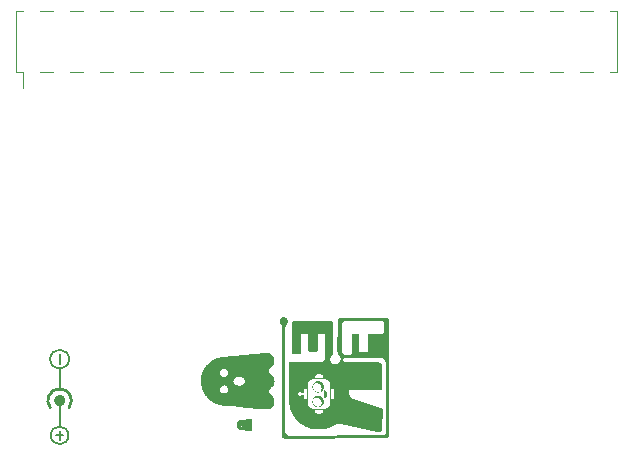
<source format=gbr>
%TF.GenerationSoftware,KiCad,Pcbnew,8.0.6*%
%TF.CreationDate,2024-10-16T15:49:25-04:00*%
%TF.ProjectId,motorgo_plink,6d6f746f-7267-46f5-9f70-6c696e6b2e6b,rev?*%
%TF.SameCoordinates,Original*%
%TF.FileFunction,Legend,Bot*%
%TF.FilePolarity,Positive*%
%FSLAX46Y46*%
G04 Gerber Fmt 4.6, Leading zero omitted, Abs format (unit mm)*
G04 Created by KiCad (PCBNEW 8.0.6) date 2024-10-16 15:49:25*
%MOMM*%
%LPD*%
G01*
G04 APERTURE LIST*
G04 Aperture macros list*
%AMRoundRect*
0 Rectangle with rounded corners*
0 $1 Rounding radius*
0 $2 $3 $4 $5 $6 $7 $8 $9 X,Y pos of 4 corners*
0 Add a 4 corners polygon primitive as box body*
4,1,4,$2,$3,$4,$5,$6,$7,$8,$9,$2,$3,0*
0 Add four circle primitives for the rounded corners*
1,1,$1+$1,$2,$3*
1,1,$1+$1,$4,$5*
1,1,$1+$1,$6,$7*
1,1,$1+$1,$8,$9*
0 Add four rect primitives between the rounded corners*
20,1,$1+$1,$2,$3,$4,$5,0*
20,1,$1+$1,$4,$5,$6,$7,0*
20,1,$1+$1,$6,$7,$8,$9,0*
20,1,$1+$1,$8,$9,$2,$3,0*%
G04 Aperture macros list end*
%ADD10C,0.026664*%
%ADD11C,0.150000*%
%ADD12C,0.000000*%
%ADD13C,0.250000*%
%ADD14C,0.475101*%
%ADD15C,0.133323*%
%ADD16C,0.120000*%
%ADD17C,0.610000*%
%ADD18RoundRect,0.250000X-0.845000X0.620000X-0.845000X-0.620000X0.845000X-0.620000X0.845000X0.620000X0*%
%ADD19O,2.190000X1.740000*%
%ADD20C,0.600000*%
%ADD21O,1.200000X1.500000*%
%ADD22O,1.800000X4.200000*%
%ADD23O,4.200000X1.800000*%
%ADD24R,1.000000X3.000000*%
G04 APERTURE END LIST*
D10*
X136610892Y-95959171D02*
X136618182Y-95959945D01*
X136625341Y-95961115D01*
X136632358Y-95962671D01*
X136639218Y-95964601D01*
X136645907Y-95966896D01*
X136652414Y-95969545D01*
X136658723Y-95972537D01*
X136664822Y-95975863D01*
X136670697Y-95979512D01*
X136676335Y-95983473D01*
X136681722Y-95987736D01*
X136686845Y-95992290D01*
X136691691Y-95997126D01*
X136696247Y-96002232D01*
X136700498Y-96007599D01*
X136704432Y-96013215D01*
X136708034Y-96019070D01*
X136711293Y-96025155D01*
X136714193Y-96031457D01*
X136716723Y-96037968D01*
X136718867Y-96044677D01*
X136720614Y-96051572D01*
X136721950Y-96058644D01*
X136722861Y-96065883D01*
X136723333Y-96073277D01*
X136723355Y-96080817D01*
X136722911Y-96088492D01*
X136721989Y-96096291D01*
X136720694Y-96103620D01*
X136719067Y-96110458D01*
X136717132Y-96116835D01*
X136714912Y-96122783D01*
X136712429Y-96128334D01*
X136709708Y-96133520D01*
X136706772Y-96138371D01*
X136703643Y-96142918D01*
X136700345Y-96147195D01*
X136696902Y-96151231D01*
X136693336Y-96155059D01*
X136689671Y-96158709D01*
X136682135Y-96165604D01*
X136674483Y-96172167D01*
X136666898Y-96178651D01*
X136659568Y-96185306D01*
X136656056Y-96188776D01*
X136652677Y-96192384D01*
X136649456Y-96196160D01*
X136646414Y-96200136D01*
X136643575Y-96204344D01*
X136640962Y-96208815D01*
X136638599Y-96213580D01*
X136636509Y-96218671D01*
X136634715Y-96224120D01*
X136633240Y-96229957D01*
X136632108Y-96236214D01*
X136631342Y-96242923D01*
X136631017Y-96250869D01*
X136631370Y-96258340D01*
X136632354Y-96265372D01*
X136633920Y-96272003D01*
X136636022Y-96278268D01*
X136638612Y-96284204D01*
X136641643Y-96289848D01*
X136645067Y-96295237D01*
X136648837Y-96300406D01*
X136652906Y-96305393D01*
X136661749Y-96314966D01*
X136680932Y-96333530D01*
X136690513Y-96343107D01*
X136695135Y-96348097D01*
X136699582Y-96353270D01*
X136703805Y-96358663D01*
X136707758Y-96364313D01*
X136711394Y-96370255D01*
X136714664Y-96376526D01*
X136717521Y-96383164D01*
X136719919Y-96390204D01*
X136721809Y-96397684D01*
X136723144Y-96405639D01*
X136723877Y-96414107D01*
X136723961Y-96423123D01*
X136723347Y-96432725D01*
X136721989Y-96442948D01*
X136720547Y-96450397D01*
X136718779Y-96457355D01*
X136716707Y-96463853D01*
X136714356Y-96469923D01*
X136711749Y-96475596D01*
X136708910Y-96480902D01*
X136705863Y-96485873D01*
X136702631Y-96490540D01*
X136699238Y-96494935D01*
X136695708Y-96499087D01*
X136692064Y-96503029D01*
X136688331Y-96506792D01*
X136680690Y-96513903D01*
X136672974Y-96520670D01*
X136665374Y-96527341D01*
X136658079Y-96534166D01*
X136654605Y-96537713D01*
X136651279Y-96541393D01*
X136648124Y-96545235D01*
X136645163Y-96549271D01*
X136642422Y-96553533D01*
X136639922Y-96558050D01*
X136637689Y-96562855D01*
X136635745Y-96567979D01*
X136634115Y-96573452D01*
X136632822Y-96579305D01*
X136631890Y-96585571D01*
X136631342Y-96592279D01*
X136631271Y-96600111D01*
X136631841Y-96607469D01*
X136633007Y-96614388D01*
X136634723Y-96620905D01*
X136636944Y-96627056D01*
X136639624Y-96632878D01*
X136642719Y-96638405D01*
X136646183Y-96643675D01*
X136649970Y-96648724D01*
X136654035Y-96653588D01*
X136662819Y-96662905D01*
X136681726Y-96680908D01*
X136691123Y-96690173D01*
X136695650Y-96694999D01*
X136700000Y-96700000D01*
X136704130Y-96705215D01*
X136707993Y-96710678D01*
X136711544Y-96716427D01*
X136714738Y-96722496D01*
X136717530Y-96728924D01*
X136719873Y-96735744D01*
X136721724Y-96742995D01*
X136723036Y-96750711D01*
X136723763Y-96758930D01*
X136723862Y-96767687D01*
X136723285Y-96777018D01*
X136721989Y-96786960D01*
X136721124Y-96791689D01*
X136720079Y-96796348D01*
X136718859Y-96800935D01*
X136717466Y-96805445D01*
X136715905Y-96809874D01*
X136714178Y-96814219D01*
X136712291Y-96818476D01*
X136710245Y-96822642D01*
X136705696Y-96830684D01*
X136700560Y-96838317D01*
X136694867Y-96845509D01*
X136688644Y-96852232D01*
X136681923Y-96858457D01*
X136674732Y-96864154D01*
X136667100Y-96869293D01*
X136659057Y-96873846D01*
X136654890Y-96875892D01*
X136650631Y-96877781D01*
X136646284Y-96879509D01*
X136641852Y-96881072D01*
X136637339Y-96882465D01*
X136632749Y-96883686D01*
X136628086Y-96884731D01*
X136623352Y-96885596D01*
X136608383Y-96886168D01*
X136582206Y-96885128D01*
X136502176Y-96879048D01*
X136273030Y-96856783D01*
X136139462Y-96843245D01*
X136031046Y-96832256D01*
X135934967Y-96823349D01*
X135876799Y-96819300D01*
X135871353Y-96818921D01*
X135854043Y-96816813D01*
X135836940Y-96813934D01*
X135820064Y-96810303D01*
X135803433Y-96805939D01*
X135787067Y-96800860D01*
X135770984Y-96795084D01*
X135755202Y-96788631D01*
X135739742Y-96781519D01*
X135724621Y-96773767D01*
X135709859Y-96765393D01*
X135695475Y-96756416D01*
X135681487Y-96746855D01*
X135667914Y-96736728D01*
X135654775Y-96726054D01*
X135642089Y-96714852D01*
X135629875Y-96703140D01*
X135618151Y-96690936D01*
X135606937Y-96678261D01*
X135596252Y-96665131D01*
X135586113Y-96651566D01*
X135576541Y-96637585D01*
X135567554Y-96623205D01*
X135559171Y-96608447D01*
X135551410Y-96593328D01*
X135544291Y-96577866D01*
X135540382Y-96568314D01*
X135801253Y-96568314D01*
X135802032Y-96577621D01*
X135804060Y-96588849D01*
X135807137Y-96599014D01*
X135811180Y-96608138D01*
X135816101Y-96616243D01*
X135821815Y-96623353D01*
X135828236Y-96629489D01*
X135835278Y-96634675D01*
X135842855Y-96638934D01*
X135850882Y-96642287D01*
X135859272Y-96644757D01*
X135867940Y-96646368D01*
X135876799Y-96647141D01*
X135885764Y-96647099D01*
X135894749Y-96646265D01*
X135903669Y-96644662D01*
X135912436Y-96642312D01*
X135920966Y-96639237D01*
X135929173Y-96635461D01*
X135936970Y-96631006D01*
X135944271Y-96625894D01*
X135950992Y-96620149D01*
X135957045Y-96613792D01*
X135962346Y-96606847D01*
X135966807Y-96599335D01*
X135970344Y-96591281D01*
X135972871Y-96582705D01*
X135974301Y-96573632D01*
X135974549Y-96564082D01*
X135973528Y-96554080D01*
X135971154Y-96543648D01*
X135967340Y-96532808D01*
X135961999Y-96521583D01*
X135957747Y-96514458D01*
X135953026Y-96507991D01*
X135947878Y-96502174D01*
X135942344Y-96496997D01*
X135936468Y-96492453D01*
X135930291Y-96488532D01*
X135923855Y-96485226D01*
X135917203Y-96482528D01*
X135910376Y-96480427D01*
X135903417Y-96478916D01*
X135896368Y-96477986D01*
X135889270Y-96477629D01*
X135882166Y-96477836D01*
X135876622Y-96478434D01*
X135875098Y-96478598D01*
X135868109Y-96479908D01*
X135861239Y-96481756D01*
X135854532Y-96484134D01*
X135848030Y-96487034D01*
X135841774Y-96490447D01*
X135835806Y-96494364D01*
X135830169Y-96498777D01*
X135824905Y-96503678D01*
X135820056Y-96509058D01*
X135815664Y-96514908D01*
X135811771Y-96521220D01*
X135808420Y-96527985D01*
X135805651Y-96535195D01*
X135803508Y-96542842D01*
X135802033Y-96550916D01*
X135801267Y-96559410D01*
X135801253Y-96568314D01*
X135540382Y-96568314D01*
X135537832Y-96562082D01*
X135532053Y-96545993D01*
X135526972Y-96529617D01*
X135522608Y-96512974D01*
X135518980Y-96496083D01*
X135516107Y-96478961D01*
X135514007Y-96461628D01*
X135512551Y-96441361D01*
X135512161Y-96422053D01*
X136027495Y-96422053D01*
X136027575Y-96431633D01*
X136028674Y-96441626D01*
X136029021Y-96443458D01*
X136029472Y-96445321D01*
X136030023Y-96447210D01*
X136030670Y-96449123D01*
X136032233Y-96453000D01*
X136034127Y-96456923D01*
X136036318Y-96460861D01*
X136038770Y-96464781D01*
X136041448Y-96468655D01*
X136044318Y-96472449D01*
X136047345Y-96476135D01*
X136050494Y-96479681D01*
X136053730Y-96483056D01*
X136057019Y-96486229D01*
X136060325Y-96489170D01*
X136063614Y-96491847D01*
X136066852Y-96494230D01*
X136070002Y-96496288D01*
X136079452Y-96501515D01*
X136089143Y-96505881D01*
X136099026Y-96509414D01*
X136109050Y-96512142D01*
X136119164Y-96514091D01*
X136129318Y-96515290D01*
X136139462Y-96515765D01*
X136149545Y-96515544D01*
X136159517Y-96514653D01*
X136169326Y-96513120D01*
X136178924Y-96510974D01*
X136188258Y-96508239D01*
X136197280Y-96504945D01*
X136205937Y-96501118D01*
X136214181Y-96496786D01*
X136221959Y-96491976D01*
X136229223Y-96486715D01*
X136235921Y-96481030D01*
X136242002Y-96474949D01*
X136247417Y-96468499D01*
X136252115Y-96461707D01*
X136256046Y-96454601D01*
X136259159Y-96447208D01*
X136261403Y-96439555D01*
X136262728Y-96431670D01*
X136263084Y-96423579D01*
X136262420Y-96415310D01*
X136260685Y-96406891D01*
X136257830Y-96398348D01*
X136253803Y-96389709D01*
X136248555Y-96381001D01*
X136242034Y-96372252D01*
X136235642Y-96365149D01*
X136228713Y-96358738D01*
X136221299Y-96353009D01*
X136213452Y-96347953D01*
X136205225Y-96343560D01*
X136196668Y-96339821D01*
X136187834Y-96336727D01*
X136178775Y-96334268D01*
X136169543Y-96332436D01*
X136160188Y-96331220D01*
X136150765Y-96330612D01*
X136141323Y-96330601D01*
X136131916Y-96331180D01*
X136122595Y-96332338D01*
X136113412Y-96334066D01*
X136104418Y-96336354D01*
X136095666Y-96339195D01*
X136087208Y-96342577D01*
X136079095Y-96346492D01*
X136071380Y-96350931D01*
X136064114Y-96355883D01*
X136057349Y-96361341D01*
X136051136Y-96367294D01*
X136045529Y-96373733D01*
X136040579Y-96380648D01*
X136036337Y-96388032D01*
X136032856Y-96395873D01*
X136030187Y-96404163D01*
X136028383Y-96412893D01*
X136027495Y-96422053D01*
X135512161Y-96422053D01*
X135512145Y-96421248D01*
X135512767Y-96401316D01*
X135514392Y-96381594D01*
X135516997Y-96362109D01*
X135520559Y-96342888D01*
X135525052Y-96323960D01*
X135530455Y-96305353D01*
X135536338Y-96288270D01*
X135801239Y-96288270D01*
X135802032Y-96297586D01*
X135804067Y-96308821D01*
X135807146Y-96318987D01*
X135811184Y-96328107D01*
X135816096Y-96336204D01*
X135821798Y-96343301D01*
X135828202Y-96349421D01*
X135835225Y-96354588D01*
X135842781Y-96358825D01*
X135850783Y-96362155D01*
X135859148Y-96364600D01*
X135867790Y-96366185D01*
X135876622Y-96366932D01*
X135885561Y-96366864D01*
X135894520Y-96366005D01*
X135903414Y-96364378D01*
X135912159Y-96362006D01*
X135920667Y-96358911D01*
X135928855Y-96355118D01*
X135936637Y-96350650D01*
X135943927Y-96345528D01*
X135950640Y-96339777D01*
X135956691Y-96333420D01*
X135961995Y-96326480D01*
X135966465Y-96318980D01*
X135970017Y-96310944D01*
X135972566Y-96302393D01*
X135974025Y-96293352D01*
X135974310Y-96283844D01*
X135973335Y-96273892D01*
X135971016Y-96263518D01*
X135967265Y-96252747D01*
X135961999Y-96241601D01*
X135957765Y-96234471D01*
X135953059Y-96227999D01*
X135947923Y-96222176D01*
X135942399Y-96216993D01*
X135936529Y-96212443D01*
X135930356Y-96208516D01*
X135923922Y-96205205D01*
X135917270Y-96202500D01*
X135910441Y-96200394D01*
X135903479Y-96198877D01*
X135896425Y-96197942D01*
X135889321Y-96197579D01*
X135882210Y-96197781D01*
X135875135Y-96198539D01*
X135868137Y-96199844D01*
X135861259Y-96201688D01*
X135854544Y-96204063D01*
X135848032Y-96206960D01*
X135841768Y-96210370D01*
X135835792Y-96214285D01*
X135830148Y-96218697D01*
X135824878Y-96223598D01*
X135820023Y-96228978D01*
X135815627Y-96234829D01*
X135811731Y-96241143D01*
X135808379Y-96247911D01*
X135805611Y-96255125D01*
X135803471Y-96262776D01*
X135802001Y-96270857D01*
X135801243Y-96279358D01*
X135801239Y-96288270D01*
X135536338Y-96288270D01*
X135536743Y-96287093D01*
X135543893Y-96269209D01*
X135551880Y-96251729D01*
X135560682Y-96234679D01*
X135570275Y-96218089D01*
X135580635Y-96201985D01*
X135591738Y-96186395D01*
X135603562Y-96171347D01*
X135616081Y-96156869D01*
X135629274Y-96142989D01*
X135643115Y-96129733D01*
X135657581Y-96117131D01*
X135672649Y-96105209D01*
X135688296Y-96093995D01*
X135704496Y-96083518D01*
X135721228Y-96073804D01*
X135738466Y-96064882D01*
X135756189Y-96056779D01*
X135774371Y-96049523D01*
X135792989Y-96043142D01*
X135812020Y-96037663D01*
X135831440Y-96033114D01*
X135851226Y-96029523D01*
X135871353Y-96026918D01*
X136580701Y-95960243D01*
X136588377Y-95959329D01*
X136595976Y-95958853D01*
X136603485Y-95958804D01*
X136610892Y-95959171D01*
G36*
X136610892Y-95959171D02*
G01*
X136618182Y-95959945D01*
X136625341Y-95961115D01*
X136632358Y-95962671D01*
X136639218Y-95964601D01*
X136645907Y-95966896D01*
X136652414Y-95969545D01*
X136658723Y-95972537D01*
X136664822Y-95975863D01*
X136670697Y-95979512D01*
X136676335Y-95983473D01*
X136681722Y-95987736D01*
X136686845Y-95992290D01*
X136691691Y-95997126D01*
X136696247Y-96002232D01*
X136700498Y-96007599D01*
X136704432Y-96013215D01*
X136708034Y-96019070D01*
X136711293Y-96025155D01*
X136714193Y-96031457D01*
X136716723Y-96037968D01*
X136718867Y-96044677D01*
X136720614Y-96051572D01*
X136721950Y-96058644D01*
X136722861Y-96065883D01*
X136723333Y-96073277D01*
X136723355Y-96080817D01*
X136722911Y-96088492D01*
X136721989Y-96096291D01*
X136720694Y-96103620D01*
X136719067Y-96110458D01*
X136717132Y-96116835D01*
X136714912Y-96122783D01*
X136712429Y-96128334D01*
X136709708Y-96133520D01*
X136706772Y-96138371D01*
X136703643Y-96142918D01*
X136700345Y-96147195D01*
X136696902Y-96151231D01*
X136693336Y-96155059D01*
X136689671Y-96158709D01*
X136682135Y-96165604D01*
X136674483Y-96172167D01*
X136666898Y-96178651D01*
X136659568Y-96185306D01*
X136656056Y-96188776D01*
X136652677Y-96192384D01*
X136649456Y-96196160D01*
X136646414Y-96200136D01*
X136643575Y-96204344D01*
X136640962Y-96208815D01*
X136638599Y-96213580D01*
X136636509Y-96218671D01*
X136634715Y-96224120D01*
X136633240Y-96229957D01*
X136632108Y-96236214D01*
X136631342Y-96242923D01*
X136631017Y-96250869D01*
X136631370Y-96258340D01*
X136632354Y-96265372D01*
X136633920Y-96272003D01*
X136636022Y-96278268D01*
X136638612Y-96284204D01*
X136641643Y-96289848D01*
X136645067Y-96295237D01*
X136648837Y-96300406D01*
X136652906Y-96305393D01*
X136661749Y-96314966D01*
X136680932Y-96333530D01*
X136690513Y-96343107D01*
X136695135Y-96348097D01*
X136699582Y-96353270D01*
X136703805Y-96358663D01*
X136707758Y-96364313D01*
X136711394Y-96370255D01*
X136714664Y-96376526D01*
X136717521Y-96383164D01*
X136719919Y-96390204D01*
X136721809Y-96397684D01*
X136723144Y-96405639D01*
X136723877Y-96414107D01*
X136723961Y-96423123D01*
X136723347Y-96432725D01*
X136721989Y-96442948D01*
X136720547Y-96450397D01*
X136718779Y-96457355D01*
X136716707Y-96463853D01*
X136714356Y-96469923D01*
X136711749Y-96475596D01*
X136708910Y-96480902D01*
X136705863Y-96485873D01*
X136702631Y-96490540D01*
X136699238Y-96494935D01*
X136695708Y-96499087D01*
X136692064Y-96503029D01*
X136688331Y-96506792D01*
X136680690Y-96513903D01*
X136672974Y-96520670D01*
X136665374Y-96527341D01*
X136658079Y-96534166D01*
X136654605Y-96537713D01*
X136651279Y-96541393D01*
X136648124Y-96545235D01*
X136645163Y-96549271D01*
X136642422Y-96553533D01*
X136639922Y-96558050D01*
X136637689Y-96562855D01*
X136635745Y-96567979D01*
X136634115Y-96573452D01*
X136632822Y-96579305D01*
X136631890Y-96585571D01*
X136631342Y-96592279D01*
X136631271Y-96600111D01*
X136631841Y-96607469D01*
X136633007Y-96614388D01*
X136634723Y-96620905D01*
X136636944Y-96627056D01*
X136639624Y-96632878D01*
X136642719Y-96638405D01*
X136646183Y-96643675D01*
X136649970Y-96648724D01*
X136654035Y-96653588D01*
X136662819Y-96662905D01*
X136681726Y-96680908D01*
X136691123Y-96690173D01*
X136695650Y-96694999D01*
X136700000Y-96700000D01*
X136704130Y-96705215D01*
X136707993Y-96710678D01*
X136711544Y-96716427D01*
X136714738Y-96722496D01*
X136717530Y-96728924D01*
X136719873Y-96735744D01*
X136721724Y-96742995D01*
X136723036Y-96750711D01*
X136723763Y-96758930D01*
X136723862Y-96767687D01*
X136723285Y-96777018D01*
X136721989Y-96786960D01*
X136721124Y-96791689D01*
X136720079Y-96796348D01*
X136718859Y-96800935D01*
X136717466Y-96805445D01*
X136715905Y-96809874D01*
X136714178Y-96814219D01*
X136712291Y-96818476D01*
X136710245Y-96822642D01*
X136705696Y-96830684D01*
X136700560Y-96838317D01*
X136694867Y-96845509D01*
X136688644Y-96852232D01*
X136681923Y-96858457D01*
X136674732Y-96864154D01*
X136667100Y-96869293D01*
X136659057Y-96873846D01*
X136654890Y-96875892D01*
X136650631Y-96877781D01*
X136646284Y-96879509D01*
X136641852Y-96881072D01*
X136637339Y-96882465D01*
X136632749Y-96883686D01*
X136628086Y-96884731D01*
X136623352Y-96885596D01*
X136608383Y-96886168D01*
X136582206Y-96885128D01*
X136502176Y-96879048D01*
X136273030Y-96856783D01*
X136139462Y-96843245D01*
X136031046Y-96832256D01*
X135934967Y-96823349D01*
X135876799Y-96819300D01*
X135871353Y-96818921D01*
X135854043Y-96816813D01*
X135836940Y-96813934D01*
X135820064Y-96810303D01*
X135803433Y-96805939D01*
X135787067Y-96800860D01*
X135770984Y-96795084D01*
X135755202Y-96788631D01*
X135739742Y-96781519D01*
X135724621Y-96773767D01*
X135709859Y-96765393D01*
X135695475Y-96756416D01*
X135681487Y-96746855D01*
X135667914Y-96736728D01*
X135654775Y-96726054D01*
X135642089Y-96714852D01*
X135629875Y-96703140D01*
X135618151Y-96690936D01*
X135606937Y-96678261D01*
X135596252Y-96665131D01*
X135586113Y-96651566D01*
X135576541Y-96637585D01*
X135567554Y-96623205D01*
X135559171Y-96608447D01*
X135551410Y-96593328D01*
X135544291Y-96577866D01*
X135540382Y-96568314D01*
X135801253Y-96568314D01*
X135802032Y-96577621D01*
X135804060Y-96588849D01*
X135807137Y-96599014D01*
X135811180Y-96608138D01*
X135816101Y-96616243D01*
X135821815Y-96623353D01*
X135828236Y-96629489D01*
X135835278Y-96634675D01*
X135842855Y-96638934D01*
X135850882Y-96642287D01*
X135859272Y-96644757D01*
X135867940Y-96646368D01*
X135876799Y-96647141D01*
X135885764Y-96647099D01*
X135894749Y-96646265D01*
X135903669Y-96644662D01*
X135912436Y-96642312D01*
X135920966Y-96639237D01*
X135929173Y-96635461D01*
X135936970Y-96631006D01*
X135944271Y-96625894D01*
X135950992Y-96620149D01*
X135957045Y-96613792D01*
X135962346Y-96606847D01*
X135966807Y-96599335D01*
X135970344Y-96591281D01*
X135972871Y-96582705D01*
X135974301Y-96573632D01*
X135974549Y-96564082D01*
X135973528Y-96554080D01*
X135971154Y-96543648D01*
X135967340Y-96532808D01*
X135961999Y-96521583D01*
X135957747Y-96514458D01*
X135953026Y-96507991D01*
X135947878Y-96502174D01*
X135942344Y-96496997D01*
X135936468Y-96492453D01*
X135930291Y-96488532D01*
X135923855Y-96485226D01*
X135917203Y-96482528D01*
X135910376Y-96480427D01*
X135903417Y-96478916D01*
X135896368Y-96477986D01*
X135889270Y-96477629D01*
X135882166Y-96477836D01*
X135876622Y-96478434D01*
X135875098Y-96478598D01*
X135868109Y-96479908D01*
X135861239Y-96481756D01*
X135854532Y-96484134D01*
X135848030Y-96487034D01*
X135841774Y-96490447D01*
X135835806Y-96494364D01*
X135830169Y-96498777D01*
X135824905Y-96503678D01*
X135820056Y-96509058D01*
X135815664Y-96514908D01*
X135811771Y-96521220D01*
X135808420Y-96527985D01*
X135805651Y-96535195D01*
X135803508Y-96542842D01*
X135802033Y-96550916D01*
X135801267Y-96559410D01*
X135801253Y-96568314D01*
X135540382Y-96568314D01*
X135537832Y-96562082D01*
X135532053Y-96545993D01*
X135526972Y-96529617D01*
X135522608Y-96512974D01*
X135518980Y-96496083D01*
X135516107Y-96478961D01*
X135514007Y-96461628D01*
X135512551Y-96441361D01*
X135512161Y-96422053D01*
X136027495Y-96422053D01*
X136027575Y-96431633D01*
X136028674Y-96441626D01*
X136029021Y-96443458D01*
X136029472Y-96445321D01*
X136030023Y-96447210D01*
X136030670Y-96449123D01*
X136032233Y-96453000D01*
X136034127Y-96456923D01*
X136036318Y-96460861D01*
X136038770Y-96464781D01*
X136041448Y-96468655D01*
X136044318Y-96472449D01*
X136047345Y-96476135D01*
X136050494Y-96479681D01*
X136053730Y-96483056D01*
X136057019Y-96486229D01*
X136060325Y-96489170D01*
X136063614Y-96491847D01*
X136066852Y-96494230D01*
X136070002Y-96496288D01*
X136079452Y-96501515D01*
X136089143Y-96505881D01*
X136099026Y-96509414D01*
X136109050Y-96512142D01*
X136119164Y-96514091D01*
X136129318Y-96515290D01*
X136139462Y-96515765D01*
X136149545Y-96515544D01*
X136159517Y-96514653D01*
X136169326Y-96513120D01*
X136178924Y-96510974D01*
X136188258Y-96508239D01*
X136197280Y-96504945D01*
X136205937Y-96501118D01*
X136214181Y-96496786D01*
X136221959Y-96491976D01*
X136229223Y-96486715D01*
X136235921Y-96481030D01*
X136242002Y-96474949D01*
X136247417Y-96468499D01*
X136252115Y-96461707D01*
X136256046Y-96454601D01*
X136259159Y-96447208D01*
X136261403Y-96439555D01*
X136262728Y-96431670D01*
X136263084Y-96423579D01*
X136262420Y-96415310D01*
X136260685Y-96406891D01*
X136257830Y-96398348D01*
X136253803Y-96389709D01*
X136248555Y-96381001D01*
X136242034Y-96372252D01*
X136235642Y-96365149D01*
X136228713Y-96358738D01*
X136221299Y-96353009D01*
X136213452Y-96347953D01*
X136205225Y-96343560D01*
X136196668Y-96339821D01*
X136187834Y-96336727D01*
X136178775Y-96334268D01*
X136169543Y-96332436D01*
X136160188Y-96331220D01*
X136150765Y-96330612D01*
X136141323Y-96330601D01*
X136131916Y-96331180D01*
X136122595Y-96332338D01*
X136113412Y-96334066D01*
X136104418Y-96336354D01*
X136095666Y-96339195D01*
X136087208Y-96342577D01*
X136079095Y-96346492D01*
X136071380Y-96350931D01*
X136064114Y-96355883D01*
X136057349Y-96361341D01*
X136051136Y-96367294D01*
X136045529Y-96373733D01*
X136040579Y-96380648D01*
X136036337Y-96388032D01*
X136032856Y-96395873D01*
X136030187Y-96404163D01*
X136028383Y-96412893D01*
X136027495Y-96422053D01*
X135512161Y-96422053D01*
X135512145Y-96421248D01*
X135512767Y-96401316D01*
X135514392Y-96381594D01*
X135516997Y-96362109D01*
X135520559Y-96342888D01*
X135525052Y-96323960D01*
X135530455Y-96305353D01*
X135536338Y-96288270D01*
X135801239Y-96288270D01*
X135802032Y-96297586D01*
X135804067Y-96308821D01*
X135807146Y-96318987D01*
X135811184Y-96328107D01*
X135816096Y-96336204D01*
X135821798Y-96343301D01*
X135828202Y-96349421D01*
X135835225Y-96354588D01*
X135842781Y-96358825D01*
X135850783Y-96362155D01*
X135859148Y-96364600D01*
X135867790Y-96366185D01*
X135876622Y-96366932D01*
X135885561Y-96366864D01*
X135894520Y-96366005D01*
X135903414Y-96364378D01*
X135912159Y-96362006D01*
X135920667Y-96358911D01*
X135928855Y-96355118D01*
X135936637Y-96350650D01*
X135943927Y-96345528D01*
X135950640Y-96339777D01*
X135956691Y-96333420D01*
X135961995Y-96326480D01*
X135966465Y-96318980D01*
X135970017Y-96310944D01*
X135972566Y-96302393D01*
X135974025Y-96293352D01*
X135974310Y-96283844D01*
X135973335Y-96273892D01*
X135971016Y-96263518D01*
X135967265Y-96252747D01*
X135961999Y-96241601D01*
X135957765Y-96234471D01*
X135953059Y-96227999D01*
X135947923Y-96222176D01*
X135942399Y-96216993D01*
X135936529Y-96212443D01*
X135930356Y-96208516D01*
X135923922Y-96205205D01*
X135917270Y-96202500D01*
X135910441Y-96200394D01*
X135903479Y-96198877D01*
X135896425Y-96197942D01*
X135889321Y-96197579D01*
X135882210Y-96197781D01*
X135875135Y-96198539D01*
X135868137Y-96199844D01*
X135861259Y-96201688D01*
X135854544Y-96204063D01*
X135848032Y-96206960D01*
X135841768Y-96210370D01*
X135835792Y-96214285D01*
X135830148Y-96218697D01*
X135824878Y-96223598D01*
X135820023Y-96228978D01*
X135815627Y-96234829D01*
X135811731Y-96241143D01*
X135808379Y-96247911D01*
X135805611Y-96255125D01*
X135803471Y-96262776D01*
X135802001Y-96270857D01*
X135801243Y-96279358D01*
X135801239Y-96288270D01*
X135536338Y-96288270D01*
X135536743Y-96287093D01*
X135543893Y-96269209D01*
X135551880Y-96251729D01*
X135560682Y-96234679D01*
X135570275Y-96218089D01*
X135580635Y-96201985D01*
X135591738Y-96186395D01*
X135603562Y-96171347D01*
X135616081Y-96156869D01*
X135629274Y-96142989D01*
X135643115Y-96129733D01*
X135657581Y-96117131D01*
X135672649Y-96105209D01*
X135688296Y-96093995D01*
X135704496Y-96083518D01*
X135721228Y-96073804D01*
X135738466Y-96064882D01*
X135756189Y-96056779D01*
X135774371Y-96049523D01*
X135792989Y-96043142D01*
X135812020Y-96037663D01*
X135831440Y-96033114D01*
X135851226Y-96029523D01*
X135871353Y-96026918D01*
X136580701Y-95960243D01*
X136588377Y-95959329D01*
X136595976Y-95958853D01*
X136603485Y-95958804D01*
X136610892Y-95959171D01*
G37*
D11*
X120200000Y-97350000D02*
X120800000Y-97350000D01*
D12*
G36*
X142415821Y-92761450D02*
G01*
X142440496Y-92763327D01*
X142464811Y-92766417D01*
X142488736Y-92770691D01*
X142512239Y-92776117D01*
X142535292Y-92782665D01*
X142557863Y-92790305D01*
X142579921Y-92799005D01*
X142601437Y-92808735D01*
X142622379Y-92819464D01*
X142642718Y-92831162D01*
X142662424Y-92843799D01*
X142681464Y-92857342D01*
X142699810Y-92871763D01*
X142717430Y-92887030D01*
X142734295Y-92903112D01*
X142750373Y-92919979D01*
X142765635Y-92937601D01*
X142780049Y-92955946D01*
X142793586Y-92974984D01*
X142806215Y-92994685D01*
X142817906Y-93015018D01*
X142828627Y-93035952D01*
X142838350Y-93057456D01*
X142847042Y-93079500D01*
X142854674Y-93102054D01*
X142861216Y-93125086D01*
X142866637Y-93148566D01*
X142870905Y-93172463D01*
X142873992Y-93196748D01*
X142875867Y-93221388D01*
X142876498Y-93246354D01*
X142876045Y-93267537D01*
X142874696Y-93288487D01*
X142872471Y-93309188D01*
X142869388Y-93329619D01*
X142865466Y-93349763D01*
X142860723Y-93369601D01*
X142855177Y-93389114D01*
X142848847Y-93408285D01*
X142833910Y-93445522D01*
X142816060Y-93481165D01*
X142795444Y-93515064D01*
X142772210Y-93547073D01*
X142746506Y-93577042D01*
X142718481Y-93604823D01*
X142688282Y-93630267D01*
X142656058Y-93653228D01*
X142621956Y-93673556D01*
X142586125Y-93691102D01*
X142567607Y-93698786D01*
X142548712Y-93705720D01*
X142529458Y-93711884D01*
X142509865Y-93717260D01*
X142503430Y-93718859D01*
X142496954Y-93720363D01*
X142490440Y-93721774D01*
X142483890Y-93723094D01*
X142477304Y-93724324D01*
X142470686Y-93725467D01*
X142464037Y-93726525D01*
X142457359Y-93727499D01*
X142449132Y-93728485D01*
X142440896Y-93729357D01*
X142432644Y-93730109D01*
X142424365Y-93730737D01*
X142416052Y-93731234D01*
X142407695Y-93731595D01*
X142399286Y-93731816D01*
X142390816Y-93731891D01*
X142365851Y-93731259D01*
X142341212Y-93729383D01*
X142316928Y-93726294D01*
X142293031Y-93722023D01*
X142269552Y-93716599D01*
X142246520Y-93710054D01*
X142223967Y-93702418D01*
X142201923Y-93693722D01*
X142180419Y-93683996D01*
X142159485Y-93673271D01*
X142139153Y-93661577D01*
X142119452Y-93648945D01*
X142100414Y-93635405D01*
X142082068Y-93620988D01*
X142064446Y-93605725D01*
X142047579Y-93589646D01*
X142031496Y-93572782D01*
X142016229Y-93555162D01*
X142001808Y-93536819D01*
X141988264Y-93517782D01*
X141975627Y-93498082D01*
X141963929Y-93477749D01*
X141953199Y-93456814D01*
X141943468Y-93435308D01*
X141934768Y-93413261D01*
X141927128Y-93390704D01*
X141920580Y-93367667D01*
X141915153Y-93344180D01*
X141910879Y-93320275D01*
X141907789Y-93295982D01*
X141905912Y-93271332D01*
X141905279Y-93246354D01*
X141956027Y-93246354D01*
X141956592Y-93268742D01*
X141958271Y-93290836D01*
X141961036Y-93312607D01*
X141964860Y-93334030D01*
X141969715Y-93355076D01*
X141975574Y-93375718D01*
X141982410Y-93395929D01*
X141990196Y-93415681D01*
X141998903Y-93434948D01*
X142008506Y-93453702D01*
X142018977Y-93471916D01*
X142030287Y-93489563D01*
X142042411Y-93506614D01*
X142055321Y-93523044D01*
X142068989Y-93538824D01*
X142083389Y-93553927D01*
X142098492Y-93568327D01*
X142114272Y-93581995D01*
X142130702Y-93594905D01*
X142147753Y-93607029D01*
X142165400Y-93618339D01*
X142183613Y-93628810D01*
X142202367Y-93638412D01*
X142221634Y-93647120D01*
X142241387Y-93654906D01*
X142261598Y-93661742D01*
X142282240Y-93667601D01*
X142303286Y-93672456D01*
X142324709Y-93676280D01*
X142346480Y-93679045D01*
X142368574Y-93680724D01*
X142390962Y-93681289D01*
X142404841Y-93681071D01*
X142418615Y-93680421D01*
X142432275Y-93679345D01*
X142445816Y-93677850D01*
X142459231Y-93675944D01*
X142472513Y-93673632D01*
X142485657Y-93670920D01*
X142498654Y-93667817D01*
X142511498Y-93664328D01*
X142524184Y-93660461D01*
X142536703Y-93656221D01*
X142549051Y-93651615D01*
X142561219Y-93646650D01*
X142573201Y-93641334D01*
X142584992Y-93635671D01*
X142596583Y-93629669D01*
X142596582Y-93629669D01*
X142606412Y-93615898D01*
X142615710Y-93601739D01*
X142624462Y-93587207D01*
X142632654Y-93572316D01*
X142640272Y-93557079D01*
X142647302Y-93541511D01*
X142653729Y-93525625D01*
X142659540Y-93509436D01*
X142664720Y-93492957D01*
X142669256Y-93476202D01*
X142673132Y-93459186D01*
X142676336Y-93441922D01*
X142678852Y-93424425D01*
X142680667Y-93406707D01*
X142681766Y-93388784D01*
X142682135Y-93370668D01*
X142681569Y-93348293D01*
X142679889Y-93326211D01*
X142677122Y-93304449D01*
X142673296Y-93283035D01*
X142668438Y-93261995D01*
X142662575Y-93241359D01*
X142655736Y-93221152D01*
X142647946Y-93201403D01*
X142639234Y-93182138D01*
X142629627Y-93163385D01*
X142619152Y-93145171D01*
X142607836Y-93127524D01*
X142595708Y-93110471D01*
X142582794Y-93094039D01*
X142569122Y-93078257D01*
X142554719Y-93063150D01*
X142539612Y-93048747D01*
X142523829Y-93035075D01*
X142507398Y-93022161D01*
X142490345Y-93010033D01*
X142472698Y-92998717D01*
X142454484Y-92988242D01*
X142435731Y-92978635D01*
X142416466Y-92969923D01*
X142396717Y-92962133D01*
X142376510Y-92955293D01*
X142355873Y-92949431D01*
X142334834Y-92944573D01*
X142313420Y-92940747D01*
X142291658Y-92937980D01*
X142269576Y-92936300D01*
X142247200Y-92935733D01*
X142233322Y-92935950D01*
X142219554Y-92936596D01*
X142205901Y-92937665D01*
X142192369Y-92939152D01*
X142178965Y-92941050D01*
X142165695Y-92943353D01*
X142152565Y-92946055D01*
X142139581Y-92949151D01*
X142126750Y-92952634D01*
X142114078Y-92956498D01*
X142101570Y-92960738D01*
X142089234Y-92965347D01*
X142077075Y-92970319D01*
X142065100Y-92975648D01*
X142053315Y-92981328D01*
X142041725Y-92987354D01*
X142041719Y-92987354D01*
X142041712Y-92987355D01*
X142041702Y-92987356D01*
X142041691Y-92987358D01*
X142041679Y-92987362D01*
X142041666Y-92987366D01*
X142041659Y-92987369D01*
X142041652Y-92987372D01*
X142041645Y-92987376D01*
X142041639Y-92987380D01*
X142041632Y-92987384D01*
X142041626Y-92987389D01*
X142041619Y-92987395D01*
X142041613Y-92987401D01*
X142041608Y-92987408D01*
X142041602Y-92987415D01*
X142041597Y-92987423D01*
X142041593Y-92987432D01*
X142041589Y-92987441D01*
X142041586Y-92987451D01*
X142041583Y-92987462D01*
X142041581Y-92987474D01*
X142041580Y-92987486D01*
X142041579Y-92987499D01*
X142031750Y-93001271D01*
X142022452Y-93015429D01*
X142013700Y-93029960D01*
X142005508Y-93044850D01*
X141997890Y-93060085D01*
X141990860Y-93075650D01*
X141984433Y-93091531D01*
X141978622Y-93107714D01*
X141973442Y-93124185D01*
X141968906Y-93140930D01*
X141965030Y-93157935D01*
X141961826Y-93175184D01*
X141959310Y-93192665D01*
X141957495Y-93210363D01*
X141956396Y-93228264D01*
X141956027Y-93246354D01*
X141905279Y-93246354D01*
X141905354Y-93237879D01*
X141905577Y-93229459D01*
X141905944Y-93221095D01*
X141906452Y-93212787D01*
X141907096Y-93204533D01*
X141907874Y-93196335D01*
X141908782Y-93188191D01*
X141909817Y-93180103D01*
X141912207Y-93164500D01*
X141915096Y-93149069D01*
X141918476Y-93133816D01*
X141922337Y-93118749D01*
X141926671Y-93103874D01*
X141931469Y-93089198D01*
X141936724Y-93074728D01*
X141942427Y-93060471D01*
X141949547Y-93044145D01*
X141957243Y-93028137D01*
X141965503Y-93012459D01*
X141974313Y-92997125D01*
X141983659Y-92982147D01*
X141993530Y-92967540D01*
X142003911Y-92953317D01*
X142014789Y-92939489D01*
X142026151Y-92926072D01*
X142037985Y-92913077D01*
X142050276Y-92900518D01*
X142063012Y-92888408D01*
X142076179Y-92876760D01*
X142089765Y-92865588D01*
X142103755Y-92854905D01*
X142118138Y-92844723D01*
X142132900Y-92835057D01*
X142148027Y-92825919D01*
X142163506Y-92817322D01*
X142179325Y-92809279D01*
X142195470Y-92801804D01*
X142211927Y-92794910D01*
X142228685Y-92788611D01*
X142245729Y-92782918D01*
X142247200Y-92782487D01*
X142263046Y-92777846D01*
X142280624Y-92773407D01*
X142298449Y-92769615D01*
X142316507Y-92766483D01*
X142334786Y-92764024D01*
X142353273Y-92762251D01*
X142371954Y-92761178D01*
X142390816Y-92760817D01*
X142415821Y-92761450D01*
G37*
G36*
X142944032Y-93546448D02*
G01*
X142955991Y-93547674D01*
X142967775Y-93549694D01*
X142979372Y-93552487D01*
X142990765Y-93556034D01*
X143001941Y-93560314D01*
X143012883Y-93565307D01*
X143023579Y-93570993D01*
X143034011Y-93577353D01*
X143044167Y-93584367D01*
X143054031Y-93592014D01*
X143063588Y-93600275D01*
X143072824Y-93609129D01*
X143081723Y-93618557D01*
X143098454Y-93639054D01*
X143113662Y-93661606D01*
X143127229Y-93686052D01*
X143139037Y-93712235D01*
X143148966Y-93739993D01*
X143156900Y-93769167D01*
X143162719Y-93799597D01*
X143166305Y-93831124D01*
X143167540Y-93863587D01*
X143167234Y-93879925D01*
X143166324Y-93896047D01*
X143164826Y-93911936D01*
X143162754Y-93927569D01*
X143160124Y-93942928D01*
X143156949Y-93957993D01*
X143153246Y-93972744D01*
X143149028Y-93987160D01*
X143144310Y-94001222D01*
X143139107Y-94014909D01*
X143133435Y-94028203D01*
X143127307Y-94041083D01*
X143120738Y-94053529D01*
X143113744Y-94065521D01*
X143106339Y-94077039D01*
X143098538Y-94088063D01*
X143090356Y-94098574D01*
X143081807Y-94108551D01*
X143072906Y-94117974D01*
X143063668Y-94126824D01*
X143054109Y-94135081D01*
X143044241Y-94142724D01*
X143034081Y-94149734D01*
X143023644Y-94156090D01*
X143012943Y-94161774D01*
X143001994Y-94166764D01*
X142990812Y-94171041D01*
X142979410Y-94174586D01*
X142967806Y-94177377D01*
X142956011Y-94179395D01*
X142944043Y-94180621D01*
X142931915Y-94181034D01*
X142924291Y-94180644D01*
X142917319Y-94179495D01*
X142910978Y-94177619D01*
X142905248Y-94175048D01*
X142900108Y-94171815D01*
X142895537Y-94167952D01*
X142891514Y-94163491D01*
X142888019Y-94158465D01*
X142885030Y-94152905D01*
X142882526Y-94146844D01*
X142880488Y-94140315D01*
X142878894Y-94133348D01*
X142876955Y-94118235D01*
X142876543Y-94101762D01*
X142877491Y-94084187D01*
X142879633Y-94065769D01*
X142882803Y-94046764D01*
X142886833Y-94027432D01*
X142891558Y-94008030D01*
X142896811Y-93988817D01*
X142908235Y-93951984D01*
X142911581Y-93941130D01*
X142914481Y-93930195D01*
X142916935Y-93919191D01*
X142918943Y-93908129D01*
X142920505Y-93897021D01*
X142921620Y-93885878D01*
X142922289Y-93874712D01*
X142922512Y-93863535D01*
X142922289Y-93852357D01*
X142921620Y-93841191D01*
X142920505Y-93830048D01*
X142918943Y-93818940D01*
X142916935Y-93807878D01*
X142914481Y-93796873D01*
X142911581Y-93785938D01*
X142908235Y-93775084D01*
X142902444Y-93757020D01*
X142896846Y-93738252D01*
X142891607Y-93719038D01*
X142886893Y-93699636D01*
X142882871Y-93680304D01*
X142879708Y-93661300D01*
X142877569Y-93642882D01*
X142876936Y-93633973D01*
X142876622Y-93625307D01*
X142876648Y-93616917D01*
X142877033Y-93608834D01*
X142877800Y-93601091D01*
X142878969Y-93593721D01*
X142880560Y-93586754D01*
X142882595Y-93580225D01*
X142885094Y-93574164D01*
X142888078Y-93568604D01*
X142891568Y-93563578D01*
X142895586Y-93559117D01*
X142900150Y-93555254D01*
X142905283Y-93552021D01*
X142911005Y-93549450D01*
X142917338Y-93547574D01*
X142924301Y-93546425D01*
X142931915Y-93546035D01*
X142944032Y-93546448D01*
G37*
D11*
X121300000Y-90900000D02*
G75*
G02*
X119700000Y-90900000I-800000J0D01*
G01*
X119700000Y-90900000D02*
G75*
G02*
X121300000Y-90900000I800000J0D01*
G01*
X120500000Y-96600000D02*
X120500000Y-94400000D01*
X120500000Y-97700000D02*
X120500000Y-97000000D01*
D12*
D13*
X119700000Y-95000000D02*
G75*
G02*
X121313733Y-94981238I800000J600000D01*
G01*
D14*
X120737550Y-94400000D02*
G75*
G02*
X120262450Y-94400000I-237550J0D01*
G01*
X120262450Y-94400000D02*
G75*
G02*
X120737550Y-94400000I237550J0D01*
G01*
D15*
X138044663Y-90435978D02*
X138081112Y-90439848D01*
X138116911Y-90445698D01*
X138151994Y-90453474D01*
X138186293Y-90463125D01*
X138219741Y-90474600D01*
X138252272Y-90487844D01*
X138283818Y-90502807D01*
X138314312Y-90519437D01*
X138343687Y-90537680D01*
X138371877Y-90557485D01*
X138398813Y-90578800D01*
X138424431Y-90601573D01*
X138448661Y-90625751D01*
X138471438Y-90651282D01*
X138492693Y-90678114D01*
X138512362Y-90706194D01*
X138530375Y-90735472D01*
X138546667Y-90765894D01*
X138561170Y-90797408D01*
X138573817Y-90829962D01*
X138584541Y-90863504D01*
X138593276Y-90897982D01*
X138599954Y-90933343D01*
X138604508Y-90969536D01*
X138606871Y-91006508D01*
X138606977Y-91044207D01*
X138604758Y-91082581D01*
X138600147Y-91121578D01*
X138593673Y-91158223D01*
X138585540Y-91192410D01*
X138575865Y-91224296D01*
X138564763Y-91254038D01*
X138552351Y-91281793D01*
X138538746Y-91307719D01*
X138524063Y-91331974D01*
X138508419Y-91354713D01*
X138491930Y-91376095D01*
X138474713Y-91396276D01*
X138456883Y-91415414D01*
X138438557Y-91433666D01*
X138400881Y-91468140D01*
X138362617Y-91500957D01*
X138324694Y-91533374D01*
X138288042Y-91566649D01*
X138270483Y-91584001D01*
X138253591Y-91602039D01*
X138237482Y-91620920D01*
X138222272Y-91640802D01*
X138208078Y-91661841D01*
X138195015Y-91684196D01*
X138183200Y-91708022D01*
X138172750Y-91733478D01*
X138163780Y-91760720D01*
X138156406Y-91789906D01*
X138150746Y-91821193D01*
X138146915Y-91854738D01*
X138145291Y-91894467D01*
X138147055Y-91931821D01*
X138151972Y-91966982D01*
X138159803Y-92000134D01*
X138170312Y-92031459D01*
X138183263Y-92061141D01*
X138198417Y-92089361D01*
X138215538Y-92116304D01*
X138234388Y-92142151D01*
X138254732Y-92167085D01*
X138298948Y-92214949D01*
X138394863Y-92307771D01*
X138442769Y-92355655D01*
X138465879Y-92380606D01*
X138488112Y-92406472D01*
X138509229Y-92433437D01*
X138528995Y-92461684D01*
X138547172Y-92491395D01*
X138563523Y-92522753D01*
X138577810Y-92555942D01*
X138589798Y-92591143D01*
X138599249Y-92628541D01*
X138605925Y-92668317D01*
X138609590Y-92710654D01*
X138610007Y-92755736D01*
X138606938Y-92803744D01*
X138600147Y-92854863D01*
X138592940Y-92892106D01*
X138584098Y-92926896D01*
X138573740Y-92959387D01*
X138561985Y-92989737D01*
X138548950Y-93018099D01*
X138534755Y-93044631D01*
X138519519Y-93069487D01*
X138503359Y-93092823D01*
X138486394Y-93114795D01*
X138468744Y-93135558D01*
X138450526Y-93155268D01*
X138431859Y-93174081D01*
X138393654Y-93209637D01*
X138355076Y-93243470D01*
X138317076Y-93276826D01*
X138280600Y-93310949D01*
X138263231Y-93328687D01*
X138246599Y-93347085D01*
X138230823Y-93366296D01*
X138216021Y-93386477D01*
X138202312Y-93407784D01*
X138189815Y-93430372D01*
X138178648Y-93454397D01*
X138168930Y-93480014D01*
X138160779Y-93507379D01*
X138154313Y-93536647D01*
X138149653Y-93567975D01*
X138146915Y-93601517D01*
X138146560Y-93640678D01*
X138149410Y-93677465D01*
X138155238Y-93712062D01*
X138163818Y-93744647D01*
X138174923Y-93775403D01*
X138188326Y-93804509D01*
X138203800Y-93832147D01*
X138221119Y-93858498D01*
X138240054Y-93883742D01*
X138260381Y-93908061D01*
X138304297Y-93954645D01*
X138398832Y-94044661D01*
X138445821Y-94090988D01*
X138468452Y-94115114D01*
X138490205Y-94140123D01*
X138510852Y-94166195D01*
X138530168Y-94193512D01*
X138547924Y-94222255D01*
X138563895Y-94252603D01*
X138577853Y-94284739D01*
X138589571Y-94318843D01*
X138598823Y-94355095D01*
X138605382Y-94393677D01*
X138609021Y-94434770D01*
X138609512Y-94478554D01*
X138606630Y-94525210D01*
X138600147Y-94574919D01*
X138595822Y-94598564D01*
X138590600Y-94621862D01*
X138584498Y-94644795D01*
X138577534Y-94667344D01*
X138569727Y-94689490D01*
X138561095Y-94711216D01*
X138551657Y-94732502D01*
X138541430Y-94753331D01*
X138518685Y-94793543D01*
X138493005Y-94831704D01*
X138464537Y-94867666D01*
X138433426Y-94901283D01*
X138399820Y-94932407D01*
X138363864Y-94960891D01*
X138325704Y-94986587D01*
X138285487Y-95009349D01*
X138264652Y-95019583D01*
X138243358Y-95029028D01*
X138221622Y-95037666D01*
X138199464Y-95045479D01*
X138176900Y-95052447D01*
X138153950Y-95058553D01*
X138130632Y-95063777D01*
X138106963Y-95068103D01*
X138032117Y-95070963D01*
X137901233Y-95065759D01*
X137501084Y-95035360D01*
X136355356Y-94924037D01*
X135687515Y-94856347D01*
X135145433Y-94801403D01*
X134665040Y-94756866D01*
X134374199Y-94736623D01*
X134346970Y-94734728D01*
X134260418Y-94724187D01*
X134174905Y-94709793D01*
X134090524Y-94691638D01*
X134007370Y-94669816D01*
X133925538Y-94644419D01*
X133845122Y-94615542D01*
X133766216Y-94583277D01*
X133688914Y-94547717D01*
X133613311Y-94508956D01*
X133539501Y-94467086D01*
X133467578Y-94422202D01*
X133397637Y-94374396D01*
X133329772Y-94323762D01*
X133264078Y-94270392D01*
X133200648Y-94214380D01*
X133139577Y-94155819D01*
X133080959Y-94094803D01*
X133024890Y-94031424D01*
X132971462Y-93965776D01*
X132920770Y-93897952D01*
X132872909Y-93828045D01*
X132827973Y-93756148D01*
X132786057Y-93682356D01*
X132747254Y-93606759D01*
X132711659Y-93529453D01*
X132692117Y-93481693D01*
X133996467Y-93481693D01*
X134000366Y-93528228D01*
X134010502Y-93584368D01*
X134025891Y-93635191D01*
X134046103Y-93680809D01*
X134070708Y-93721335D01*
X134099278Y-93756884D01*
X134131383Y-93787567D01*
X134166593Y-93813497D01*
X134204480Y-93834789D01*
X134244613Y-93851554D01*
X134286563Y-93863907D01*
X134329902Y-93871960D01*
X134374199Y-93875825D01*
X134419025Y-93875617D01*
X134463951Y-93871448D01*
X134508548Y-93863432D01*
X134552386Y-93851681D01*
X134595035Y-93836308D01*
X134636067Y-93817428D01*
X134675052Y-93795151D01*
X134711560Y-93769593D01*
X134745163Y-93740865D01*
X134775430Y-93709081D01*
X134801933Y-93674355D01*
X134824241Y-93636798D01*
X134841926Y-93596524D01*
X134854559Y-93553647D01*
X134861709Y-93508279D01*
X134862948Y-93460533D01*
X134857846Y-93410522D01*
X134845974Y-93358360D01*
X134826902Y-93304160D01*
X134800201Y-93248034D01*
X134778941Y-93212411D01*
X134755334Y-93180077D01*
X134729592Y-93150990D01*
X134701926Y-93125107D01*
X134672544Y-93102384D01*
X134641659Y-93082781D01*
X134609481Y-93066253D01*
X134576219Y-93052759D01*
X134542085Y-93042256D01*
X134507289Y-93034701D01*
X134472042Y-93030052D01*
X134436554Y-93028266D01*
X134401035Y-93029301D01*
X134373315Y-93032291D01*
X134365696Y-93033113D01*
X134330748Y-93039661D01*
X134296401Y-93048902D01*
X134262866Y-93060793D01*
X134230353Y-93075292D01*
X134199072Y-93092355D01*
X134169235Y-93111941D01*
X134141051Y-93134008D01*
X134114731Y-93158511D01*
X134090485Y-93185409D01*
X134068525Y-93214659D01*
X134049060Y-93246219D01*
X134032302Y-93280046D01*
X134018460Y-93316097D01*
X134007745Y-93354330D01*
X134000367Y-93394702D01*
X133996538Y-93437171D01*
X133996467Y-93481693D01*
X132692117Y-93481693D01*
X132679366Y-93450530D01*
X132650470Y-93370084D01*
X132625064Y-93288207D01*
X132603244Y-93204993D01*
X132585104Y-93120536D01*
X132570737Y-93034927D01*
X132560239Y-92948261D01*
X132552958Y-92846925D01*
X132551012Y-92750385D01*
X135127677Y-92750385D01*
X135128077Y-92798288D01*
X135133576Y-92848249D01*
X135135308Y-92857410D01*
X135137563Y-92866724D01*
X135140318Y-92876172D01*
X135143552Y-92885734D01*
X135151369Y-92905123D01*
X135160841Y-92924738D01*
X135171793Y-92944424D01*
X135184052Y-92964028D01*
X135197444Y-92983394D01*
X135211794Y-93002368D01*
X135226928Y-93020797D01*
X135242673Y-93038526D01*
X135258854Y-93055401D01*
X135275298Y-93071268D01*
X135291830Y-93085971D01*
X135308276Y-93099358D01*
X135324463Y-93111273D01*
X135340216Y-93121563D01*
X135387463Y-93147694D01*
X135435920Y-93169525D01*
X135485334Y-93187192D01*
X135535453Y-93200831D01*
X135586024Y-93210578D01*
X135636796Y-93216571D01*
X135687515Y-93218946D01*
X135737930Y-93217839D01*
X135787788Y-93213386D01*
X135836836Y-93205723D01*
X135884823Y-93194989D01*
X135931496Y-93181318D01*
X135976602Y-93164847D01*
X136019890Y-93145713D01*
X136061107Y-93124051D01*
X136100000Y-93100000D01*
X136136317Y-93073694D01*
X136169807Y-93045270D01*
X136200215Y-93014865D01*
X136227291Y-92982616D01*
X136250781Y-92948658D01*
X136270434Y-92913127D01*
X136285997Y-92876162D01*
X136297218Y-92837897D01*
X136303844Y-92798469D01*
X136305623Y-92758015D01*
X136302302Y-92716672D01*
X136293630Y-92674574D01*
X136279354Y-92631860D01*
X136259221Y-92588666D01*
X136232979Y-92545127D01*
X136200376Y-92501380D01*
X136168414Y-92465867D01*
X136133768Y-92433812D01*
X136096699Y-92405167D01*
X136057466Y-92379885D01*
X136016328Y-92357921D01*
X135973544Y-92339226D01*
X135929375Y-92323756D01*
X135884079Y-92311463D01*
X135837917Y-92302300D01*
X135791146Y-92296221D01*
X135744028Y-92293179D01*
X135696821Y-92293128D01*
X135649785Y-92296020D01*
X135603179Y-92301809D01*
X135557262Y-92310449D01*
X135512294Y-92321893D01*
X135468535Y-92336094D01*
X135426244Y-92353006D01*
X135385680Y-92372581D01*
X135347103Y-92394774D01*
X135310772Y-92419537D01*
X135276947Y-92446825D01*
X135245886Y-92476589D01*
X135217850Y-92508784D01*
X135193098Y-92543363D01*
X135171890Y-92580280D01*
X135154484Y-92619487D01*
X135141140Y-92660938D01*
X135132118Y-92704586D01*
X135127677Y-92750385D01*
X132551012Y-92750385D01*
X132550931Y-92746359D01*
X132554040Y-92646701D01*
X132562166Y-92548090D01*
X132575191Y-92450664D01*
X132592997Y-92354562D01*
X132615465Y-92259923D01*
X132642479Y-92166885D01*
X132671892Y-92081472D01*
X133996400Y-92081472D01*
X134000366Y-92128053D01*
X134010537Y-92184228D01*
X134025932Y-92235056D01*
X134046124Y-92280655D01*
X134070686Y-92321139D01*
X134099193Y-92356625D01*
X134131216Y-92387227D01*
X134166330Y-92413062D01*
X134204107Y-92434246D01*
X134244121Y-92450894D01*
X134285945Y-92463122D01*
X134329152Y-92471045D01*
X134373315Y-92474780D01*
X134418008Y-92474443D01*
X134462804Y-92470148D01*
X134507276Y-92462012D01*
X134550997Y-92450150D01*
X134593540Y-92434678D01*
X134634480Y-92415713D01*
X134673388Y-92393369D01*
X134709839Y-92367762D01*
X134743405Y-92339008D01*
X134773660Y-92307223D01*
X134800177Y-92272523D01*
X134822529Y-92235023D01*
X134840290Y-92194839D01*
X134853032Y-92152087D01*
X134860329Y-92106883D01*
X134861754Y-92059341D01*
X134856881Y-92009579D01*
X134845282Y-91957712D01*
X134826531Y-91903855D01*
X134800201Y-91848124D01*
X134779031Y-91812476D01*
X134755500Y-91780115D01*
X134729818Y-91751000D01*
X134702197Y-91725087D01*
X134672848Y-91702336D01*
X134641984Y-91682703D01*
X134609815Y-91666145D01*
X134576554Y-91652622D01*
X134542411Y-91642089D01*
X134507598Y-91634506D01*
X134472327Y-91629829D01*
X134436809Y-91628016D01*
X134401256Y-91629026D01*
X134365879Y-91632815D01*
X134330890Y-91639341D01*
X134296501Y-91648562D01*
X134262922Y-91660435D01*
X134230365Y-91674919D01*
X134199042Y-91691971D01*
X134169165Y-91711548D01*
X134140944Y-91733608D01*
X134114592Y-91758110D01*
X134090320Y-91785009D01*
X134068339Y-91814265D01*
X134048861Y-91845835D01*
X134032097Y-91879676D01*
X134018260Y-91915746D01*
X134007560Y-91954003D01*
X134000209Y-91994405D01*
X133996419Y-92036909D01*
X133996400Y-92081472D01*
X132671892Y-92081472D01*
X132673919Y-92075586D01*
X132709667Y-91986167D01*
X132749605Y-91898764D01*
X132793615Y-91813517D01*
X132841579Y-91730564D01*
X132893379Y-91650044D01*
X132948896Y-91572095D01*
X133008013Y-91496856D01*
X133070611Y-91424466D01*
X133136572Y-91355064D01*
X133205777Y-91288787D01*
X133278110Y-91225775D01*
X133353451Y-91166165D01*
X133431682Y-91110098D01*
X133512685Y-91057711D01*
X133596343Y-91009142D01*
X133682536Y-90964532D01*
X133771148Y-90924017D01*
X133862058Y-90887737D01*
X133955150Y-90855830D01*
X134050306Y-90828436D01*
X134147406Y-90805691D01*
X134246334Y-90787736D01*
X134346970Y-90774709D01*
X137893709Y-90441334D01*
X137932087Y-90436766D01*
X137970083Y-90434385D01*
X138007631Y-90434140D01*
X138044663Y-90435978D01*
G36*
X138044663Y-90435978D02*
G01*
X138081112Y-90439848D01*
X138116911Y-90445698D01*
X138151994Y-90453474D01*
X138186293Y-90463125D01*
X138219741Y-90474600D01*
X138252272Y-90487844D01*
X138283818Y-90502807D01*
X138314312Y-90519437D01*
X138343687Y-90537680D01*
X138371877Y-90557485D01*
X138398813Y-90578800D01*
X138424431Y-90601573D01*
X138448661Y-90625751D01*
X138471438Y-90651282D01*
X138492693Y-90678114D01*
X138512362Y-90706194D01*
X138530375Y-90735472D01*
X138546667Y-90765894D01*
X138561170Y-90797408D01*
X138573817Y-90829962D01*
X138584541Y-90863504D01*
X138593276Y-90897982D01*
X138599954Y-90933343D01*
X138604508Y-90969536D01*
X138606871Y-91006508D01*
X138606977Y-91044207D01*
X138604758Y-91082581D01*
X138600147Y-91121578D01*
X138593673Y-91158223D01*
X138585540Y-91192410D01*
X138575865Y-91224296D01*
X138564763Y-91254038D01*
X138552351Y-91281793D01*
X138538746Y-91307719D01*
X138524063Y-91331974D01*
X138508419Y-91354713D01*
X138491930Y-91376095D01*
X138474713Y-91396276D01*
X138456883Y-91415414D01*
X138438557Y-91433666D01*
X138400881Y-91468140D01*
X138362617Y-91500957D01*
X138324694Y-91533374D01*
X138288042Y-91566649D01*
X138270483Y-91584001D01*
X138253591Y-91602039D01*
X138237482Y-91620920D01*
X138222272Y-91640802D01*
X138208078Y-91661841D01*
X138195015Y-91684196D01*
X138183200Y-91708022D01*
X138172750Y-91733478D01*
X138163780Y-91760720D01*
X138156406Y-91789906D01*
X138150746Y-91821193D01*
X138146915Y-91854738D01*
X138145291Y-91894467D01*
X138147055Y-91931821D01*
X138151972Y-91966982D01*
X138159803Y-92000134D01*
X138170312Y-92031459D01*
X138183263Y-92061141D01*
X138198417Y-92089361D01*
X138215538Y-92116304D01*
X138234388Y-92142151D01*
X138254732Y-92167085D01*
X138298948Y-92214949D01*
X138394863Y-92307771D01*
X138442769Y-92355655D01*
X138465879Y-92380606D01*
X138488112Y-92406472D01*
X138509229Y-92433437D01*
X138528995Y-92461684D01*
X138547172Y-92491395D01*
X138563523Y-92522753D01*
X138577810Y-92555942D01*
X138589798Y-92591143D01*
X138599249Y-92628541D01*
X138605925Y-92668317D01*
X138609590Y-92710654D01*
X138610007Y-92755736D01*
X138606938Y-92803744D01*
X138600147Y-92854863D01*
X138592940Y-92892106D01*
X138584098Y-92926896D01*
X138573740Y-92959387D01*
X138561985Y-92989737D01*
X138548950Y-93018099D01*
X138534755Y-93044631D01*
X138519519Y-93069487D01*
X138503359Y-93092823D01*
X138486394Y-93114795D01*
X138468744Y-93135558D01*
X138450526Y-93155268D01*
X138431859Y-93174081D01*
X138393654Y-93209637D01*
X138355076Y-93243470D01*
X138317076Y-93276826D01*
X138280600Y-93310949D01*
X138263231Y-93328687D01*
X138246599Y-93347085D01*
X138230823Y-93366296D01*
X138216021Y-93386477D01*
X138202312Y-93407784D01*
X138189815Y-93430372D01*
X138178648Y-93454397D01*
X138168930Y-93480014D01*
X138160779Y-93507379D01*
X138154313Y-93536647D01*
X138149653Y-93567975D01*
X138146915Y-93601517D01*
X138146560Y-93640678D01*
X138149410Y-93677465D01*
X138155238Y-93712062D01*
X138163818Y-93744647D01*
X138174923Y-93775403D01*
X138188326Y-93804509D01*
X138203800Y-93832147D01*
X138221119Y-93858498D01*
X138240054Y-93883742D01*
X138260381Y-93908061D01*
X138304297Y-93954645D01*
X138398832Y-94044661D01*
X138445821Y-94090988D01*
X138468452Y-94115114D01*
X138490205Y-94140123D01*
X138510852Y-94166195D01*
X138530168Y-94193512D01*
X138547924Y-94222255D01*
X138563895Y-94252603D01*
X138577853Y-94284739D01*
X138589571Y-94318843D01*
X138598823Y-94355095D01*
X138605382Y-94393677D01*
X138609021Y-94434770D01*
X138609512Y-94478554D01*
X138606630Y-94525210D01*
X138600147Y-94574919D01*
X138595822Y-94598564D01*
X138590600Y-94621862D01*
X138584498Y-94644795D01*
X138577534Y-94667344D01*
X138569727Y-94689490D01*
X138561095Y-94711216D01*
X138551657Y-94732502D01*
X138541430Y-94753331D01*
X138518685Y-94793543D01*
X138493005Y-94831704D01*
X138464537Y-94867666D01*
X138433426Y-94901283D01*
X138399820Y-94932407D01*
X138363864Y-94960891D01*
X138325704Y-94986587D01*
X138285487Y-95009349D01*
X138264652Y-95019583D01*
X138243358Y-95029028D01*
X138221622Y-95037666D01*
X138199464Y-95045479D01*
X138176900Y-95052447D01*
X138153950Y-95058553D01*
X138130632Y-95063777D01*
X138106963Y-95068103D01*
X138032117Y-95070963D01*
X137901233Y-95065759D01*
X137501084Y-95035360D01*
X136355356Y-94924037D01*
X135687515Y-94856347D01*
X135145433Y-94801403D01*
X134665040Y-94756866D01*
X134374199Y-94736623D01*
X134346970Y-94734728D01*
X134260418Y-94724187D01*
X134174905Y-94709793D01*
X134090524Y-94691638D01*
X134007370Y-94669816D01*
X133925538Y-94644419D01*
X133845122Y-94615542D01*
X133766216Y-94583277D01*
X133688914Y-94547717D01*
X133613311Y-94508956D01*
X133539501Y-94467086D01*
X133467578Y-94422202D01*
X133397637Y-94374396D01*
X133329772Y-94323762D01*
X133264078Y-94270392D01*
X133200648Y-94214380D01*
X133139577Y-94155819D01*
X133080959Y-94094803D01*
X133024890Y-94031424D01*
X132971462Y-93965776D01*
X132920770Y-93897952D01*
X132872909Y-93828045D01*
X132827973Y-93756148D01*
X132786057Y-93682356D01*
X132747254Y-93606759D01*
X132711659Y-93529453D01*
X132692117Y-93481693D01*
X133996467Y-93481693D01*
X134000366Y-93528228D01*
X134010502Y-93584368D01*
X134025891Y-93635191D01*
X134046103Y-93680809D01*
X134070708Y-93721335D01*
X134099278Y-93756884D01*
X134131383Y-93787567D01*
X134166593Y-93813497D01*
X134204480Y-93834789D01*
X134244613Y-93851554D01*
X134286563Y-93863907D01*
X134329902Y-93871960D01*
X134374199Y-93875825D01*
X134419025Y-93875617D01*
X134463951Y-93871448D01*
X134508548Y-93863432D01*
X134552386Y-93851681D01*
X134595035Y-93836308D01*
X134636067Y-93817428D01*
X134675052Y-93795151D01*
X134711560Y-93769593D01*
X134745163Y-93740865D01*
X134775430Y-93709081D01*
X134801933Y-93674355D01*
X134824241Y-93636798D01*
X134841926Y-93596524D01*
X134854559Y-93553647D01*
X134861709Y-93508279D01*
X134862948Y-93460533D01*
X134857846Y-93410522D01*
X134845974Y-93358360D01*
X134826902Y-93304160D01*
X134800201Y-93248034D01*
X134778941Y-93212411D01*
X134755334Y-93180077D01*
X134729592Y-93150990D01*
X134701926Y-93125107D01*
X134672544Y-93102384D01*
X134641659Y-93082781D01*
X134609481Y-93066253D01*
X134576219Y-93052759D01*
X134542085Y-93042256D01*
X134507289Y-93034701D01*
X134472042Y-93030052D01*
X134436554Y-93028266D01*
X134401035Y-93029301D01*
X134373315Y-93032291D01*
X134365696Y-93033113D01*
X134330748Y-93039661D01*
X134296401Y-93048902D01*
X134262866Y-93060793D01*
X134230353Y-93075292D01*
X134199072Y-93092355D01*
X134169235Y-93111941D01*
X134141051Y-93134008D01*
X134114731Y-93158511D01*
X134090485Y-93185409D01*
X134068525Y-93214659D01*
X134049060Y-93246219D01*
X134032302Y-93280046D01*
X134018460Y-93316097D01*
X134007745Y-93354330D01*
X134000367Y-93394702D01*
X133996538Y-93437171D01*
X133996467Y-93481693D01*
X132692117Y-93481693D01*
X132679366Y-93450530D01*
X132650470Y-93370084D01*
X132625064Y-93288207D01*
X132603244Y-93204993D01*
X132585104Y-93120536D01*
X132570737Y-93034927D01*
X132560239Y-92948261D01*
X132552958Y-92846925D01*
X132551012Y-92750385D01*
X135127677Y-92750385D01*
X135128077Y-92798288D01*
X135133576Y-92848249D01*
X135135308Y-92857410D01*
X135137563Y-92866724D01*
X135140318Y-92876172D01*
X135143552Y-92885734D01*
X135151369Y-92905123D01*
X135160841Y-92924738D01*
X135171793Y-92944424D01*
X135184052Y-92964028D01*
X135197444Y-92983394D01*
X135211794Y-93002368D01*
X135226928Y-93020797D01*
X135242673Y-93038526D01*
X135258854Y-93055401D01*
X135275298Y-93071268D01*
X135291830Y-93085971D01*
X135308276Y-93099358D01*
X135324463Y-93111273D01*
X135340216Y-93121563D01*
X135387463Y-93147694D01*
X135435920Y-93169525D01*
X135485334Y-93187192D01*
X135535453Y-93200831D01*
X135586024Y-93210578D01*
X135636796Y-93216571D01*
X135687515Y-93218946D01*
X135737930Y-93217839D01*
X135787788Y-93213386D01*
X135836836Y-93205723D01*
X135884823Y-93194989D01*
X135931496Y-93181318D01*
X135976602Y-93164847D01*
X136019890Y-93145713D01*
X136061107Y-93124051D01*
X136100000Y-93100000D01*
X136136317Y-93073694D01*
X136169807Y-93045270D01*
X136200215Y-93014865D01*
X136227291Y-92982616D01*
X136250781Y-92948658D01*
X136270434Y-92913127D01*
X136285997Y-92876162D01*
X136297218Y-92837897D01*
X136303844Y-92798469D01*
X136305623Y-92758015D01*
X136302302Y-92716672D01*
X136293630Y-92674574D01*
X136279354Y-92631860D01*
X136259221Y-92588666D01*
X136232979Y-92545127D01*
X136200376Y-92501380D01*
X136168414Y-92465867D01*
X136133768Y-92433812D01*
X136096699Y-92405167D01*
X136057466Y-92379885D01*
X136016328Y-92357921D01*
X135973544Y-92339226D01*
X135929375Y-92323756D01*
X135884079Y-92311463D01*
X135837917Y-92302300D01*
X135791146Y-92296221D01*
X135744028Y-92293179D01*
X135696821Y-92293128D01*
X135649785Y-92296020D01*
X135603179Y-92301809D01*
X135557262Y-92310449D01*
X135512294Y-92321893D01*
X135468535Y-92336094D01*
X135426244Y-92353006D01*
X135385680Y-92372581D01*
X135347103Y-92394774D01*
X135310772Y-92419537D01*
X135276947Y-92446825D01*
X135245886Y-92476589D01*
X135217850Y-92508784D01*
X135193098Y-92543363D01*
X135171890Y-92580280D01*
X135154484Y-92619487D01*
X135141140Y-92660938D01*
X135132118Y-92704586D01*
X135127677Y-92750385D01*
X132551012Y-92750385D01*
X132550931Y-92746359D01*
X132554040Y-92646701D01*
X132562166Y-92548090D01*
X132575191Y-92450664D01*
X132592997Y-92354562D01*
X132615465Y-92259923D01*
X132642479Y-92166885D01*
X132671892Y-92081472D01*
X133996400Y-92081472D01*
X134000366Y-92128053D01*
X134010537Y-92184228D01*
X134025932Y-92235056D01*
X134046124Y-92280655D01*
X134070686Y-92321139D01*
X134099193Y-92356625D01*
X134131216Y-92387227D01*
X134166330Y-92413062D01*
X134204107Y-92434246D01*
X134244121Y-92450894D01*
X134285945Y-92463122D01*
X134329152Y-92471045D01*
X134373315Y-92474780D01*
X134418008Y-92474443D01*
X134462804Y-92470148D01*
X134507276Y-92462012D01*
X134550997Y-92450150D01*
X134593540Y-92434678D01*
X134634480Y-92415713D01*
X134673388Y-92393369D01*
X134709839Y-92367762D01*
X134743405Y-92339008D01*
X134773660Y-92307223D01*
X134800177Y-92272523D01*
X134822529Y-92235023D01*
X134840290Y-92194839D01*
X134853032Y-92152087D01*
X134860329Y-92106883D01*
X134861754Y-92059341D01*
X134856881Y-92009579D01*
X134845282Y-91957712D01*
X134826531Y-91903855D01*
X134800201Y-91848124D01*
X134779031Y-91812476D01*
X134755500Y-91780115D01*
X134729818Y-91751000D01*
X134702197Y-91725087D01*
X134672848Y-91702336D01*
X134641984Y-91682703D01*
X134609815Y-91666145D01*
X134576554Y-91652622D01*
X134542411Y-91642089D01*
X134507598Y-91634506D01*
X134472327Y-91629829D01*
X134436809Y-91628016D01*
X134401256Y-91629026D01*
X134365879Y-91632815D01*
X134330890Y-91639341D01*
X134296501Y-91648562D01*
X134262922Y-91660435D01*
X134230365Y-91674919D01*
X134199042Y-91691971D01*
X134169165Y-91711548D01*
X134140944Y-91733608D01*
X134114592Y-91758110D01*
X134090320Y-91785009D01*
X134068339Y-91814265D01*
X134048861Y-91845835D01*
X134032097Y-91879676D01*
X134018260Y-91915746D01*
X134007560Y-91954003D01*
X134000209Y-91994405D01*
X133996419Y-92036909D01*
X133996400Y-92081472D01*
X132671892Y-92081472D01*
X132673919Y-92075586D01*
X132709667Y-91986167D01*
X132749605Y-91898764D01*
X132793615Y-91813517D01*
X132841579Y-91730564D01*
X132893379Y-91650044D01*
X132948896Y-91572095D01*
X133008013Y-91496856D01*
X133070611Y-91424466D01*
X133136572Y-91355064D01*
X133205777Y-91288787D01*
X133278110Y-91225775D01*
X133353451Y-91166165D01*
X133431682Y-91110098D01*
X133512685Y-91057711D01*
X133596343Y-91009142D01*
X133682536Y-90964532D01*
X133771148Y-90924017D01*
X133862058Y-90887737D01*
X133955150Y-90855830D01*
X134050306Y-90828436D01*
X134147406Y-90805691D01*
X134246334Y-90787736D01*
X134346970Y-90774709D01*
X137893709Y-90441334D01*
X137932087Y-90436766D01*
X137970083Y-90434385D01*
X138007631Y-90434140D01*
X138044663Y-90435978D01*
G37*
D11*
X120500000Y-91300000D02*
X120500000Y-90500000D01*
X121250000Y-97350000D02*
G75*
G02*
X119750000Y-97350000I-750000J0D01*
G01*
X119750000Y-97350000D02*
G75*
G02*
X121250000Y-97350000I750000J0D01*
G01*
D12*
G36*
X142415821Y-93995823D02*
G01*
X142440496Y-93997700D01*
X142464811Y-94000790D01*
X142488736Y-94005064D01*
X142512239Y-94010490D01*
X142535292Y-94017038D01*
X142557863Y-94024678D01*
X142579921Y-94033378D01*
X142601437Y-94043108D01*
X142622379Y-94053837D01*
X142642718Y-94065535D01*
X142662424Y-94078172D01*
X142681464Y-94091715D01*
X142699810Y-94106136D01*
X142717430Y-94121403D01*
X142734295Y-94137485D01*
X142750373Y-94154352D01*
X142765635Y-94171974D01*
X142780049Y-94190319D01*
X142793586Y-94209358D01*
X142806215Y-94229059D01*
X142817906Y-94249391D01*
X142828627Y-94270325D01*
X142838350Y-94291829D01*
X142847042Y-94313874D01*
X142854674Y-94336427D01*
X142861216Y-94359459D01*
X142866637Y-94382940D01*
X142870905Y-94406837D01*
X142873992Y-94431122D01*
X142875867Y-94455762D01*
X142876498Y-94480728D01*
X142876045Y-94501911D01*
X142874696Y-94522862D01*
X142872471Y-94543562D01*
X142869388Y-94563993D01*
X142865466Y-94584137D01*
X142860723Y-94603975D01*
X142855177Y-94623489D01*
X142848847Y-94642659D01*
X142833910Y-94679896D01*
X142816060Y-94715539D01*
X142795444Y-94749439D01*
X142772210Y-94781447D01*
X142746506Y-94811416D01*
X142718481Y-94839196D01*
X142688282Y-94864641D01*
X142656058Y-94887602D01*
X142621956Y-94907929D01*
X142586125Y-94925476D01*
X142567607Y-94933160D01*
X142548712Y-94940094D01*
X142529458Y-94946258D01*
X142509865Y-94951634D01*
X142503430Y-94953232D01*
X142496954Y-94954736D01*
X142490440Y-94956147D01*
X142483890Y-94957467D01*
X142477304Y-94958698D01*
X142470686Y-94959841D01*
X142464037Y-94960899D01*
X142457359Y-94961873D01*
X142449132Y-94962859D01*
X142440896Y-94963731D01*
X142432644Y-94964483D01*
X142424365Y-94965110D01*
X142416052Y-94965607D01*
X142407695Y-94965969D01*
X142399286Y-94966190D01*
X142390816Y-94966264D01*
X142365851Y-94965632D01*
X142341212Y-94963757D01*
X142316928Y-94960668D01*
X142293031Y-94956396D01*
X142269552Y-94950973D01*
X142246520Y-94944428D01*
X142223967Y-94936792D01*
X142201923Y-94928096D01*
X142180419Y-94918370D01*
X142159485Y-94907644D01*
X142139153Y-94895950D01*
X142119452Y-94883318D01*
X142100414Y-94869778D01*
X142082068Y-94855362D01*
X142064446Y-94840098D01*
X142047579Y-94824019D01*
X142031496Y-94807155D01*
X142016229Y-94789536D01*
X142001808Y-94771192D01*
X141988264Y-94752155D01*
X141975627Y-94732455D01*
X141963929Y-94712122D01*
X141953199Y-94691188D01*
X141943468Y-94669682D01*
X141934768Y-94647634D01*
X141927128Y-94625077D01*
X141920580Y-94602040D01*
X141915153Y-94578554D01*
X141910879Y-94554649D01*
X141907789Y-94530356D01*
X141905912Y-94505705D01*
X141905279Y-94480728D01*
X141905279Y-94480715D01*
X141956027Y-94480715D01*
X141956592Y-94503103D01*
X141958271Y-94525196D01*
X141961036Y-94546968D01*
X141964860Y-94568390D01*
X141969715Y-94589436D01*
X141975574Y-94610078D01*
X141982410Y-94630289D01*
X141990196Y-94650042D01*
X141998903Y-94669309D01*
X142008506Y-94688063D01*
X142018977Y-94706277D01*
X142030287Y-94723923D01*
X142042411Y-94740975D01*
X142055321Y-94757404D01*
X142068989Y-94773184D01*
X142083389Y-94788288D01*
X142098492Y-94802687D01*
X142114272Y-94816355D01*
X142130702Y-94829265D01*
X142147753Y-94841389D01*
X142165400Y-94852700D01*
X142183613Y-94863170D01*
X142202367Y-94872773D01*
X142221634Y-94881481D01*
X142241387Y-94889266D01*
X142261598Y-94896102D01*
X142282240Y-94901961D01*
X142303286Y-94906816D01*
X142324709Y-94910640D01*
X142346480Y-94913405D01*
X142368574Y-94915084D01*
X142390962Y-94915649D01*
X142404841Y-94915431D01*
X142418615Y-94914781D01*
X142432275Y-94913705D01*
X142445816Y-94912211D01*
X142459231Y-94910304D01*
X142472513Y-94907992D01*
X142485657Y-94905281D01*
X142498654Y-94902178D01*
X142511498Y-94898689D01*
X142524184Y-94894821D01*
X142536703Y-94890581D01*
X142549051Y-94885975D01*
X142561219Y-94881011D01*
X142573201Y-94875694D01*
X142584992Y-94870031D01*
X142596583Y-94864030D01*
X142596582Y-94864030D01*
X142606412Y-94850258D01*
X142615710Y-94836100D01*
X142624462Y-94821568D01*
X142632654Y-94806676D01*
X142640272Y-94791440D01*
X142647302Y-94775872D01*
X142653729Y-94759986D01*
X142659540Y-94743797D01*
X142664720Y-94727318D01*
X142669256Y-94710563D01*
X142673132Y-94693547D01*
X142676336Y-94676283D01*
X142678852Y-94658786D01*
X142680667Y-94641068D01*
X142681766Y-94623145D01*
X142682135Y-94605029D01*
X142681569Y-94582654D01*
X142679889Y-94560572D01*
X142677122Y-94538810D01*
X142673296Y-94517395D01*
X142668438Y-94496356D01*
X142662575Y-94475720D01*
X142655736Y-94455513D01*
X142647946Y-94435763D01*
X142639234Y-94416498D01*
X142629627Y-94397745D01*
X142619152Y-94379532D01*
X142607836Y-94361884D01*
X142595708Y-94344832D01*
X142582794Y-94328400D01*
X142569122Y-94312617D01*
X142554719Y-94297511D01*
X142539612Y-94283107D01*
X142523829Y-94269435D01*
X142507398Y-94256521D01*
X142490345Y-94244393D01*
X142472698Y-94233078D01*
X142454484Y-94222603D01*
X142435731Y-94212995D01*
X142416466Y-94204283D01*
X142396717Y-94196494D01*
X142376510Y-94189654D01*
X142355873Y-94183791D01*
X142334834Y-94178933D01*
X142313420Y-94175107D01*
X142291658Y-94172340D01*
X142269576Y-94170660D01*
X142247200Y-94170094D01*
X142233322Y-94170310D01*
X142219554Y-94170956D01*
X142205901Y-94172026D01*
X142192369Y-94173512D01*
X142178965Y-94175410D01*
X142165695Y-94177713D01*
X142152565Y-94180416D01*
X142139581Y-94183511D01*
X142126750Y-94186994D01*
X142114078Y-94190858D01*
X142101570Y-94195098D01*
X142089234Y-94199706D01*
X142077075Y-94204678D01*
X142065100Y-94210008D01*
X142053315Y-94215688D01*
X142041725Y-94221713D01*
X142041719Y-94221714D01*
X142041712Y-94221714D01*
X142041702Y-94221716D01*
X142041691Y-94221718D01*
X142041679Y-94221721D01*
X142041666Y-94221726D01*
X142041659Y-94221728D01*
X142041652Y-94221732D01*
X142041645Y-94221735D01*
X142041639Y-94221739D01*
X142041632Y-94221744D01*
X142041626Y-94221749D01*
X142041619Y-94221755D01*
X142041613Y-94221761D01*
X142041608Y-94221767D01*
X142041602Y-94221775D01*
X142041597Y-94221783D01*
X142041593Y-94221792D01*
X142041589Y-94221801D01*
X142041586Y-94221811D01*
X142041583Y-94221822D01*
X142041581Y-94221833D01*
X142041580Y-94221846D01*
X142041579Y-94221859D01*
X142031750Y-94235630D01*
X142022452Y-94249789D01*
X142013700Y-94264320D01*
X142005508Y-94279210D01*
X141997890Y-94294445D01*
X141990860Y-94310010D01*
X141984433Y-94325891D01*
X141978622Y-94342074D01*
X141973442Y-94358545D01*
X141968906Y-94375290D01*
X141965030Y-94392294D01*
X141961826Y-94409544D01*
X141959310Y-94427025D01*
X141957495Y-94444724D01*
X141956396Y-94462625D01*
X141956027Y-94480715D01*
X141905279Y-94480715D01*
X141905354Y-94472253D01*
X141905577Y-94463834D01*
X141905944Y-94455469D01*
X141906452Y-94447161D01*
X141907096Y-94438907D01*
X141907874Y-94430709D01*
X141908782Y-94422565D01*
X141909817Y-94414476D01*
X141912207Y-94398873D01*
X141915096Y-94383442D01*
X141918476Y-94368190D01*
X141922337Y-94353123D01*
X141926671Y-94338248D01*
X141931469Y-94323572D01*
X141936724Y-94309102D01*
X141942427Y-94294845D01*
X141949547Y-94278519D01*
X141957243Y-94262510D01*
X141965503Y-94246832D01*
X141974313Y-94231498D01*
X141983659Y-94216521D01*
X141993530Y-94201914D01*
X142003911Y-94187690D01*
X142014789Y-94173863D01*
X142026151Y-94160445D01*
X142037985Y-94147450D01*
X142050276Y-94134891D01*
X142063012Y-94122781D01*
X142076179Y-94111134D01*
X142089765Y-94099962D01*
X142103755Y-94089278D01*
X142118138Y-94079097D01*
X142132900Y-94069430D01*
X142148027Y-94060292D01*
X142163506Y-94051695D01*
X142179325Y-94043652D01*
X142195470Y-94036177D01*
X142211927Y-94029284D01*
X142228685Y-94022984D01*
X142245729Y-94017291D01*
X142247200Y-94016860D01*
X142263046Y-94012219D01*
X142280624Y-94007780D01*
X142298449Y-94003988D01*
X142316507Y-94000856D01*
X142334786Y-93998397D01*
X142353273Y-93996624D01*
X142371954Y-93995551D01*
X142390816Y-93995191D01*
X142415821Y-93995823D01*
G37*
G36*
X139486049Y-87342393D02*
G01*
X139488489Y-87342422D01*
X139489696Y-87342454D01*
X139490880Y-87342501D01*
X139492027Y-87342566D01*
X139493126Y-87342654D01*
X139510372Y-87343524D01*
X139527381Y-87345235D01*
X139544133Y-87347765D01*
X139560608Y-87351093D01*
X139576785Y-87355200D01*
X139592644Y-87360064D01*
X139608165Y-87365666D01*
X139623327Y-87371983D01*
X139638109Y-87378997D01*
X139652492Y-87386687D01*
X139666455Y-87395031D01*
X139679978Y-87404010D01*
X139693039Y-87413602D01*
X139705620Y-87423788D01*
X139717698Y-87434547D01*
X139729255Y-87445858D01*
X139740269Y-87457700D01*
X139750721Y-87470054D01*
X139760589Y-87482898D01*
X139769854Y-87496212D01*
X139778495Y-87509976D01*
X139786491Y-87524169D01*
X139793823Y-87538770D01*
X139800469Y-87553759D01*
X139806410Y-87569115D01*
X139811625Y-87584818D01*
X139816093Y-87600848D01*
X139819795Y-87617183D01*
X139822710Y-87633803D01*
X139824817Y-87650688D01*
X139826096Y-87667817D01*
X139826527Y-87685170D01*
X139826188Y-87700577D01*
X139825177Y-87715809D01*
X139823512Y-87730851D01*
X139821204Y-87745689D01*
X139818270Y-87760307D01*
X139814723Y-87774693D01*
X139810579Y-87788830D01*
X139805850Y-87802706D01*
X139800552Y-87816305D01*
X139794700Y-87829614D01*
X139788307Y-87842617D01*
X139781388Y-87855301D01*
X139773957Y-87867651D01*
X139766029Y-87879652D01*
X139757619Y-87891290D01*
X139748740Y-87902552D01*
X139732532Y-87923024D01*
X139717154Y-87944034D01*
X139702635Y-87965557D01*
X139689009Y-87987570D01*
X139676307Y-88010050D01*
X139664559Y-88032972D01*
X139653798Y-88056313D01*
X139644056Y-88080049D01*
X139635363Y-88104157D01*
X139627751Y-88128613D01*
X139621252Y-88153393D01*
X139615898Y-88178473D01*
X139611719Y-88203831D01*
X139608748Y-88229442D01*
X139607015Y-88255283D01*
X139606553Y-88281329D01*
X139601460Y-96963142D01*
X139601302Y-96980515D01*
X139602076Y-97000455D01*
X139604283Y-97026317D01*
X139608571Y-97056918D01*
X139615586Y-97091072D01*
X139625977Y-97127595D01*
X139632641Y-97146375D01*
X139640391Y-97165303D01*
X139649310Y-97184231D01*
X139659477Y-97203011D01*
X139670974Y-97221495D01*
X139683882Y-97239534D01*
X139698281Y-97256982D01*
X139714253Y-97273688D01*
X139731878Y-97289507D01*
X139751238Y-97304289D01*
X139772414Y-97317887D01*
X139795486Y-97330152D01*
X139820536Y-97340936D01*
X139847644Y-97350091D01*
X139876891Y-97357470D01*
X139908359Y-97362924D01*
X139942128Y-97366305D01*
X139978279Y-97367465D01*
X147844116Y-97358892D01*
X147857920Y-97358842D01*
X147873764Y-97357692D01*
X147894313Y-97354825D01*
X147918627Y-97349515D01*
X147931901Y-97345718D01*
X147945764Y-97341038D01*
X147960097Y-97335385D01*
X147974784Y-97328668D01*
X147989705Y-97320797D01*
X148004745Y-97311680D01*
X148019784Y-97301228D01*
X148034706Y-97289349D01*
X148049392Y-97275953D01*
X148063726Y-97260950D01*
X148077588Y-97244247D01*
X148090863Y-97225756D01*
X148103432Y-97205385D01*
X148115177Y-97183044D01*
X148125981Y-97158642D01*
X148135726Y-97132088D01*
X148144295Y-97103291D01*
X148151569Y-97072162D01*
X148157432Y-97038609D01*
X148161765Y-97002542D01*
X148164452Y-96963869D01*
X148165373Y-96922501D01*
X148159036Y-91255920D01*
X148156772Y-91235583D01*
X148150152Y-91208869D01*
X148139083Y-91176839D01*
X148123474Y-91140555D01*
X148103232Y-91101076D01*
X148078265Y-91059464D01*
X148048482Y-91016780D01*
X148031756Y-90995368D01*
X148013790Y-90974085D01*
X147994574Y-90953065D01*
X147974097Y-90932439D01*
X147952346Y-90912342D01*
X147929311Y-90892904D01*
X147904979Y-90874260D01*
X147879340Y-90856541D01*
X147852381Y-90839880D01*
X147824091Y-90824410D01*
X147794459Y-90810264D01*
X147763474Y-90797573D01*
X147731123Y-90786471D01*
X147697395Y-90777090D01*
X147662278Y-90769562D01*
X147625762Y-90764022D01*
X147587835Y-90760600D01*
X147548484Y-90759430D01*
X144695549Y-90759430D01*
X144685626Y-90759680D01*
X144675829Y-90760423D01*
X144666171Y-90761647D01*
X144656664Y-90763339D01*
X144647320Y-90765488D01*
X144638154Y-90768082D01*
X144629176Y-90771109D01*
X144620400Y-90774558D01*
X144611839Y-90778415D01*
X144603505Y-90782670D01*
X144595411Y-90787311D01*
X144587570Y-90792325D01*
X144579994Y-90797701D01*
X144572696Y-90803426D01*
X144565688Y-90809489D01*
X144558984Y-90815879D01*
X144552548Y-90822567D01*
X144546443Y-90829560D01*
X144540681Y-90836846D01*
X144535273Y-90844413D01*
X144530229Y-90852247D01*
X144525561Y-90860335D01*
X144521281Y-90868666D01*
X144517398Y-90877226D01*
X144513925Y-90886002D01*
X144510872Y-90894983D01*
X144508250Y-90904155D01*
X144506072Y-90913506D01*
X144504347Y-90923023D01*
X144503087Y-90932693D01*
X144502303Y-90942504D01*
X144502006Y-90952443D01*
X144502202Y-90962447D01*
X144502897Y-90972319D01*
X144504081Y-90982049D01*
X144505740Y-90991624D01*
X144507862Y-91001032D01*
X144510435Y-91010260D01*
X144513446Y-91019296D01*
X144516884Y-91028128D01*
X144520735Y-91036743D01*
X144524988Y-91045130D01*
X144529631Y-91053276D01*
X144534650Y-91061169D01*
X144540035Y-91068796D01*
X144545771Y-91076145D01*
X144551848Y-91083205D01*
X144558253Y-91089962D01*
X144564973Y-91096405D01*
X144571997Y-91102521D01*
X144579311Y-91108298D01*
X144586905Y-91113724D01*
X144594764Y-91118786D01*
X144602878Y-91123472D01*
X144611233Y-91127770D01*
X144619818Y-91131668D01*
X144628620Y-91135153D01*
X144637627Y-91138213D01*
X144646827Y-91140836D01*
X144656207Y-91143010D01*
X144665755Y-91144722D01*
X144675459Y-91145960D01*
X144685306Y-91146712D01*
X144695284Y-91146965D01*
X147421048Y-91148579D01*
X147441516Y-91149126D01*
X147461723Y-91150684D01*
X147481646Y-91153226D01*
X147501257Y-91156729D01*
X147520532Y-91161166D01*
X147539446Y-91166512D01*
X147557971Y-91172742D01*
X147576084Y-91179831D01*
X147593759Y-91187753D01*
X147610970Y-91196484D01*
X147627691Y-91205997D01*
X147643897Y-91216268D01*
X147659563Y-91227271D01*
X147674663Y-91238981D01*
X147689172Y-91251372D01*
X147703064Y-91264421D01*
X147716314Y-91278100D01*
X147728895Y-91292385D01*
X147740784Y-91307251D01*
X147751953Y-91322671D01*
X147762378Y-91338622D01*
X147772033Y-91355078D01*
X147780893Y-91372013D01*
X147788933Y-91389402D01*
X147796125Y-91407220D01*
X147802446Y-91425442D01*
X147807870Y-91444041D01*
X147812371Y-91462994D01*
X147815923Y-91482275D01*
X147818502Y-91501858D01*
X147820081Y-91521718D01*
X147820635Y-91541830D01*
X147829011Y-92814523D01*
X147836444Y-93412143D01*
X147836349Y-93415830D01*
X147836068Y-93419471D01*
X147835605Y-93423060D01*
X147834964Y-93426593D01*
X147834151Y-93430065D01*
X147833169Y-93433471D01*
X147832023Y-93436808D01*
X147830717Y-93440070D01*
X147829257Y-93443253D01*
X147827646Y-93446352D01*
X147825890Y-93449363D01*
X147823992Y-93452281D01*
X147821957Y-93455101D01*
X147819790Y-93457819D01*
X147817496Y-93460431D01*
X147815077Y-93462931D01*
X147812541Y-93465315D01*
X147809889Y-93467579D01*
X147807128Y-93469718D01*
X147804262Y-93471726D01*
X147801295Y-93473601D01*
X147798232Y-93475337D01*
X147795077Y-93476929D01*
X147791835Y-93478373D01*
X147788510Y-93479664D01*
X147785107Y-93480799D01*
X147781631Y-93481771D01*
X147778085Y-93482577D01*
X147774474Y-93483211D01*
X147770804Y-93483670D01*
X147767078Y-93483949D01*
X147763300Y-93484043D01*
X145006368Y-93484043D01*
X145005246Y-93484070D01*
X145004140Y-93484148D01*
X145003052Y-93484278D01*
X145001983Y-93484457D01*
X145000934Y-93484685D01*
X144999907Y-93484960D01*
X144998902Y-93485281D01*
X144997921Y-93485646D01*
X144996965Y-93486055D01*
X144996036Y-93486506D01*
X144995134Y-93486998D01*
X144994262Y-93487530D01*
X144993419Y-93488100D01*
X144992609Y-93488708D01*
X144991831Y-93489351D01*
X144991087Y-93490029D01*
X144990378Y-93490741D01*
X144989706Y-93491485D01*
X144989072Y-93492260D01*
X144988477Y-93493065D01*
X144987922Y-93493898D01*
X144987409Y-93494758D01*
X144986939Y-93495645D01*
X144986513Y-93496556D01*
X144986132Y-93497491D01*
X144985798Y-93498448D01*
X144985512Y-93499426D01*
X144985275Y-93500424D01*
X144985088Y-93501440D01*
X144984954Y-93502474D01*
X144984872Y-93503523D01*
X144984844Y-93504588D01*
X144987235Y-93599547D01*
X144990573Y-93651291D01*
X144995967Y-93705110D01*
X145003886Y-93760427D01*
X145014799Y-93816667D01*
X145029177Y-93873253D01*
X145047487Y-93929610D01*
X145070201Y-93985160D01*
X145083356Y-94012453D01*
X145097788Y-94039328D01*
X145113555Y-94065714D01*
X145130717Y-94091538D01*
X145149332Y-94116728D01*
X145169458Y-94141213D01*
X145191154Y-94164920D01*
X145214480Y-94187778D01*
X145239494Y-94209714D01*
X145266254Y-94230656D01*
X145294819Y-94250532D01*
X145325248Y-94269271D01*
X145357599Y-94286800D01*
X145391932Y-94303047D01*
X145392166Y-94303120D01*
X145392400Y-94303198D01*
X145392871Y-94303363D01*
X145393342Y-94303526D01*
X145393577Y-94303601D01*
X145393811Y-94303669D01*
X147676755Y-95022556D01*
X147677475Y-95022762D01*
X147678276Y-95022980D01*
X147680016Y-95023432D01*
X147683276Y-95024249D01*
X147737601Y-95035634D01*
X147759443Y-95040718D01*
X147778078Y-95045816D01*
X147786272Y-95048469D01*
X147793760Y-95051244D01*
X147800573Y-95054180D01*
X147806743Y-95057316D01*
X147812302Y-95060693D01*
X147817281Y-95064349D01*
X147821714Y-95068324D01*
X147825631Y-95072657D01*
X147829064Y-95077388D01*
X147832045Y-95082556D01*
X147834605Y-95088201D01*
X147836778Y-95094362D01*
X147838593Y-95101078D01*
X147840084Y-95108389D01*
X147841282Y-95116334D01*
X147842219Y-95124953D01*
X147843437Y-95144369D01*
X147843992Y-95166953D01*
X147844130Y-95222884D01*
X147837793Y-96725400D01*
X147837091Y-96746182D01*
X147835192Y-96766595D01*
X147832134Y-96786611D01*
X147827952Y-96806200D01*
X147822684Y-96825333D01*
X147816365Y-96843984D01*
X147809034Y-96862121D01*
X147800725Y-96879718D01*
X147791476Y-96896745D01*
X147781323Y-96913174D01*
X147770303Y-96928976D01*
X147758452Y-96944123D01*
X147745808Y-96958585D01*
X147732406Y-96972335D01*
X147718283Y-96985343D01*
X147703476Y-96997582D01*
X147688022Y-97009022D01*
X147671956Y-97019634D01*
X147655316Y-97029391D01*
X147638139Y-97038264D01*
X147620460Y-97046223D01*
X147602316Y-97053240D01*
X147583744Y-97059287D01*
X147564781Y-97064336D01*
X147545463Y-97068356D01*
X147525827Y-97071321D01*
X147505909Y-97073200D01*
X147485746Y-97073966D01*
X147465374Y-97073590D01*
X147444830Y-97072044D01*
X147424151Y-97069298D01*
X147403374Y-97065324D01*
X144309283Y-96379669D01*
X144282771Y-96372055D01*
X144257121Y-96365617D01*
X144232331Y-96360295D01*
X144208399Y-96356026D01*
X144163099Y-96350404D01*
X144121200Y-96348263D01*
X144082680Y-96349110D01*
X144047519Y-96352456D01*
X144015696Y-96357811D01*
X143987191Y-96364684D01*
X143961983Y-96372585D01*
X143940052Y-96381023D01*
X143921376Y-96389509D01*
X143905935Y-96397551D01*
X143876108Y-96415481D01*
X143875843Y-96415481D01*
X143798700Y-96465173D01*
X143719641Y-96512154D01*
X143638734Y-96556354D01*
X143556049Y-96597706D01*
X143471653Y-96636141D01*
X143385616Y-96671592D01*
X143298006Y-96703990D01*
X143208892Y-96733267D01*
X143118341Y-96759355D01*
X143026424Y-96782185D01*
X142933207Y-96801690D01*
X142838761Y-96817802D01*
X142743152Y-96830452D01*
X142646451Y-96839572D01*
X142548725Y-96845094D01*
X142450044Y-96846950D01*
X142319605Y-96843708D01*
X142190879Y-96834088D01*
X142064025Y-96818246D01*
X141939201Y-96796338D01*
X141816567Y-96768520D01*
X141696282Y-96734950D01*
X141578504Y-96695783D01*
X141463394Y-96651176D01*
X141351110Y-96601286D01*
X141241810Y-96546268D01*
X141135655Y-96486280D01*
X141032804Y-96421478D01*
X140933414Y-96352018D01*
X140837646Y-96278056D01*
X140745659Y-96199750D01*
X140657611Y-96117255D01*
X140573709Y-96030730D01*
X140494062Y-95940328D01*
X140418829Y-95846206D01*
X140348171Y-95748522D01*
X140282246Y-95647433D01*
X140221216Y-95543096D01*
X140165239Y-95435667D01*
X140114476Y-95325304D01*
X140093540Y-95273118D01*
X142106187Y-95273118D01*
X142106257Y-95293184D01*
X142106390Y-95300540D01*
X142106732Y-95308016D01*
X142107297Y-95315573D01*
X142108103Y-95323177D01*
X142109164Y-95330792D01*
X142110497Y-95338381D01*
X142112117Y-95345908D01*
X142114040Y-95353337D01*
X142116283Y-95360632D01*
X142118861Y-95367757D01*
X142121790Y-95374676D01*
X142125085Y-95381353D01*
X142128764Y-95387752D01*
X142132840Y-95393836D01*
X142137332Y-95399570D01*
X142142253Y-95404917D01*
X142158907Y-95420645D01*
X142176264Y-95435278D01*
X142194274Y-95448827D01*
X142212884Y-95461299D01*
X142232043Y-95472705D01*
X142251702Y-95483054D01*
X142271808Y-95492355D01*
X142292311Y-95500618D01*
X142313160Y-95507851D01*
X142334303Y-95514065D01*
X142355689Y-95519268D01*
X142377268Y-95523470D01*
X142398988Y-95526680D01*
X142420798Y-95528907D01*
X142442647Y-95530162D01*
X142464484Y-95530452D01*
X142507918Y-95528178D01*
X142550692Y-95522161D01*
X142571703Y-95517771D01*
X142592396Y-95512474D01*
X142612719Y-95506278D01*
X142632622Y-95499192D01*
X142652053Y-95491227D01*
X142670961Y-95482391D01*
X142689295Y-95472693D01*
X142707005Y-95462144D01*
X142724038Y-95450751D01*
X142740345Y-95438526D01*
X142755873Y-95425476D01*
X142770573Y-95411611D01*
X142774109Y-95407930D01*
X142777486Y-95404126D01*
X142783771Y-95396198D01*
X142789452Y-95387916D01*
X142794556Y-95379373D01*
X142799108Y-95370658D01*
X142803131Y-95361862D01*
X142806652Y-95353077D01*
X142809696Y-95344392D01*
X142812288Y-95335899D01*
X142814452Y-95327687D01*
X142816215Y-95319849D01*
X142817600Y-95312474D01*
X142818634Y-95305654D01*
X142819342Y-95299479D01*
X142819748Y-95294039D01*
X142819878Y-95289426D01*
X142819878Y-95253336D01*
X142819782Y-95249217D01*
X142819480Y-95245151D01*
X142818977Y-95241144D01*
X142818279Y-95237200D01*
X142817390Y-95233326D01*
X142816316Y-95229525D01*
X142815061Y-95225804D01*
X142813630Y-95222166D01*
X142812029Y-95218618D01*
X142810263Y-95215164D01*
X142808337Y-95211809D01*
X142806256Y-95208558D01*
X142804024Y-95205417D01*
X142801648Y-95202390D01*
X142799131Y-95199482D01*
X142796480Y-95196699D01*
X142793699Y-95194045D01*
X142790793Y-95191526D01*
X142787768Y-95189147D01*
X142784627Y-95186912D01*
X142781378Y-95184827D01*
X142778024Y-95182897D01*
X142774570Y-95181127D01*
X142771023Y-95179521D01*
X142767386Y-95178086D01*
X142763665Y-95176825D01*
X142759864Y-95175745D01*
X142755990Y-95174849D01*
X142752047Y-95174144D01*
X142748040Y-95173634D01*
X142743974Y-95173324D01*
X142739854Y-95173220D01*
X142186372Y-95173220D01*
X142186372Y-95173222D01*
X142182277Y-95173325D01*
X142178233Y-95173631D01*
X142174247Y-95174134D01*
X142170323Y-95174831D01*
X142166467Y-95175716D01*
X142162682Y-95176784D01*
X142158976Y-95178030D01*
X142155351Y-95179450D01*
X142151815Y-95181037D01*
X142148371Y-95182789D01*
X142145024Y-95184699D01*
X142141780Y-95186762D01*
X142138644Y-95188974D01*
X142135621Y-95191330D01*
X142132716Y-95193825D01*
X142129934Y-95196454D01*
X142127279Y-95199212D01*
X142124758Y-95202094D01*
X142122375Y-95205095D01*
X142120134Y-95208210D01*
X142118042Y-95211435D01*
X142116104Y-95214764D01*
X142114323Y-95218192D01*
X142112706Y-95221715D01*
X142111258Y-95225328D01*
X142109982Y-95229026D01*
X142108886Y-95232803D01*
X142107973Y-95236656D01*
X142107248Y-95240578D01*
X142106717Y-95244565D01*
X142106385Y-95248613D01*
X142106257Y-95252715D01*
X142106187Y-95273118D01*
X140093540Y-95273118D01*
X140069086Y-95212165D01*
X140029229Y-95096405D01*
X139995066Y-94978183D01*
X139966756Y-94857656D01*
X139944459Y-94734980D01*
X139928334Y-94610313D01*
X139918542Y-94483811D01*
X139915243Y-94355633D01*
X139915320Y-94332323D01*
X139915505Y-94320670D01*
X139915864Y-94309013D01*
X139915243Y-94309013D01*
X139915243Y-93846284D01*
X140703952Y-93846284D01*
X140704137Y-93853598D01*
X140704687Y-93860815D01*
X140705593Y-93867927D01*
X140706846Y-93874924D01*
X140708436Y-93881798D01*
X140710356Y-93888539D01*
X140712595Y-93895139D01*
X140715146Y-93901589D01*
X140717999Y-93907880D01*
X140721145Y-93914004D01*
X140724576Y-93919950D01*
X140728282Y-93925711D01*
X140732254Y-93931278D01*
X140736484Y-93936641D01*
X140740963Y-93941792D01*
X140745682Y-93946722D01*
X140750631Y-93951422D01*
X140755802Y-93955883D01*
X140761186Y-93960097D01*
X140766774Y-93964054D01*
X140772558Y-93967745D01*
X140778527Y-93971162D01*
X140784674Y-93974295D01*
X140790988Y-93977137D01*
X140797463Y-93979677D01*
X140804088Y-93981908D01*
X140810854Y-93983819D01*
X140817753Y-93985403D01*
X140824776Y-93986651D01*
X140831913Y-93987553D01*
X140839156Y-93988101D01*
X140846496Y-93988285D01*
X140856592Y-93987934D01*
X140866498Y-93986897D01*
X140876192Y-93985197D01*
X140885650Y-93982859D01*
X140894848Y-93979905D01*
X140903763Y-93976359D01*
X140912371Y-93972244D01*
X140920649Y-93967585D01*
X140928573Y-93962405D01*
X140936120Y-93956727D01*
X140943266Y-93950575D01*
X140949987Y-93943972D01*
X140956261Y-93936943D01*
X140962063Y-93929510D01*
X140967371Y-93921697D01*
X140972160Y-93913528D01*
X141180612Y-93913528D01*
X141180612Y-94207453D01*
X141180668Y-94209658D01*
X141180833Y-94211835D01*
X141181106Y-94213980D01*
X141181483Y-94216090D01*
X141181962Y-94218164D01*
X141182541Y-94220197D01*
X141183215Y-94222189D01*
X141183983Y-94224135D01*
X141184842Y-94226034D01*
X141185789Y-94227882D01*
X141186822Y-94229677D01*
X141187938Y-94231416D01*
X141189133Y-94233096D01*
X141190407Y-94234716D01*
X141191755Y-94236271D01*
X141193175Y-94237760D01*
X141194664Y-94239179D01*
X141196220Y-94240526D01*
X141197840Y-94241799D01*
X141199521Y-94242994D01*
X141201261Y-94244109D01*
X141203056Y-94245142D01*
X141204905Y-94246088D01*
X141206804Y-94246947D01*
X141208751Y-94247714D01*
X141210742Y-94248388D01*
X141212777Y-94248966D01*
X141214850Y-94249445D01*
X141216961Y-94249822D01*
X141219106Y-94250095D01*
X141221282Y-94250260D01*
X141223488Y-94250316D01*
X141391313Y-94250316D01*
X141393518Y-94250260D01*
X141395695Y-94250095D01*
X141397839Y-94249822D01*
X141399950Y-94249445D01*
X141402024Y-94248966D01*
X141404058Y-94248388D01*
X141406050Y-94247714D01*
X141407997Y-94246947D01*
X141409896Y-94246088D01*
X141411744Y-94245142D01*
X141413540Y-94244109D01*
X141415279Y-94242994D01*
X141416961Y-94241799D01*
X141418580Y-94240526D01*
X141420136Y-94239179D01*
X141421626Y-94237760D01*
X141423046Y-94236271D01*
X141424394Y-94234716D01*
X141425667Y-94233096D01*
X141426863Y-94231416D01*
X141427978Y-94229677D01*
X141429011Y-94227882D01*
X141429958Y-94226034D01*
X141430817Y-94224135D01*
X141431585Y-94222189D01*
X141432260Y-94220197D01*
X141432838Y-94218164D01*
X141433317Y-94216090D01*
X141433694Y-94213980D01*
X141433967Y-94211835D01*
X141434133Y-94209658D01*
X141434189Y-94207453D01*
X141434189Y-93485088D01*
X141434133Y-93482883D01*
X141433967Y-93480707D01*
X141433694Y-93478564D01*
X141433317Y-93476455D01*
X141432839Y-93474383D01*
X141432261Y-93472351D01*
X141431587Y-93470362D01*
X141430819Y-93468419D01*
X141429961Y-93466523D01*
X141429014Y-93464678D01*
X141427981Y-93462886D01*
X141426866Y-93461151D01*
X141425671Y-93459474D01*
X141424398Y-93457858D01*
X141423050Y-93456306D01*
X141421631Y-93454821D01*
X141420142Y-93453406D01*
X141418586Y-93452062D01*
X141416966Y-93450793D01*
X141415285Y-93449601D01*
X141413546Y-93448490D01*
X141411750Y-93447461D01*
X141409901Y-93446517D01*
X141408002Y-93445661D01*
X141406055Y-93444896D01*
X141404063Y-93444225D01*
X141402028Y-93443649D01*
X141399954Y-93443172D01*
X141397842Y-93442797D01*
X141395697Y-93442525D01*
X141393519Y-93442360D01*
X141391313Y-93442305D01*
X141223488Y-93442305D01*
X141223488Y-93442318D01*
X141221282Y-93442373D01*
X141219106Y-93442538D01*
X141216961Y-93442810D01*
X141214850Y-93443185D01*
X141212777Y-93443662D01*
X141210742Y-93444238D01*
X141208751Y-93444909D01*
X141206804Y-93445674D01*
X141204905Y-93446530D01*
X141203056Y-93447474D01*
X141201261Y-93448503D01*
X141199521Y-93449614D01*
X141197840Y-93450806D01*
X141196220Y-93452075D01*
X141194664Y-93453418D01*
X141193175Y-93454834D01*
X141191755Y-93456319D01*
X141190407Y-93457871D01*
X141189133Y-93459486D01*
X141187938Y-93461163D01*
X141186822Y-93462899D01*
X141185789Y-93464691D01*
X141184842Y-93466536D01*
X141183983Y-93468431D01*
X141183215Y-93470375D01*
X141182541Y-93472364D01*
X141181962Y-93474396D01*
X141181483Y-93476467D01*
X141181106Y-93478576D01*
X141180833Y-93480720D01*
X141180668Y-93482896D01*
X141180612Y-93485101D01*
X141180612Y-93769211D01*
X140966260Y-93769211D01*
X140961287Y-93762034D01*
X140955891Y-93755186D01*
X140950091Y-93748684D01*
X140943906Y-93742548D01*
X140937354Y-93736796D01*
X140930455Y-93731447D01*
X140923227Y-93726519D01*
X140915690Y-93722030D01*
X140907861Y-93718001D01*
X140899760Y-93714448D01*
X140895613Y-93712856D01*
X140891406Y-93711391D01*
X140887140Y-93710054D01*
X140882817Y-93708848D01*
X140878441Y-93707775D01*
X140874013Y-93706837D01*
X140869536Y-93706038D01*
X140865013Y-93705378D01*
X140860444Y-93704862D01*
X140855834Y-93704489D01*
X140851184Y-93704264D01*
X140846496Y-93704189D01*
X140839156Y-93704374D01*
X140831913Y-93704922D01*
X140824776Y-93705826D01*
X140817753Y-93707075D01*
X140810854Y-93708661D01*
X140804088Y-93710575D01*
X140797463Y-93712808D01*
X140790988Y-93715352D01*
X140784674Y-93718197D01*
X140778527Y-93721334D01*
X140772558Y-93724755D01*
X140766774Y-93728450D01*
X140761186Y-93732411D01*
X140755802Y-93736628D01*
X140750631Y-93741094D01*
X140745682Y-93745798D01*
X140740963Y-93750733D01*
X140736484Y-93755888D01*
X140732254Y-93761255D01*
X140728282Y-93766826D01*
X140724576Y-93772591D01*
X140721145Y-93778542D01*
X140717999Y-93784669D01*
X140715146Y-93790964D01*
X140712595Y-93797417D01*
X140710356Y-93804020D01*
X140708436Y-93810764D01*
X140706846Y-93817640D01*
X140705593Y-93824638D01*
X140704687Y-93831751D01*
X140704137Y-93838969D01*
X140703952Y-93846284D01*
X139915243Y-93846284D01*
X139915243Y-93086414D01*
X141511870Y-93086414D01*
X141511870Y-94606260D01*
X141512503Y-94631268D01*
X141514379Y-94655948D01*
X141517470Y-94680270D01*
X141521743Y-94704203D01*
X141527169Y-94727716D01*
X141533718Y-94750779D01*
X141541358Y-94773361D01*
X141550059Y-94795432D01*
X141559791Y-94816961D01*
X141570522Y-94837918D01*
X141582223Y-94858272D01*
X141594863Y-94877992D01*
X141608412Y-94897048D01*
X141622838Y-94915410D01*
X141638112Y-94933046D01*
X141654203Y-94949927D01*
X141671080Y-94966021D01*
X141688713Y-94981299D01*
X141707071Y-94995729D01*
X141726123Y-95009281D01*
X141745840Y-95021924D01*
X141766191Y-95033629D01*
X141787145Y-95044364D01*
X141808671Y-95054098D01*
X141830739Y-95062802D01*
X141853319Y-95070444D01*
X141876380Y-95076995D01*
X141899891Y-95082423D01*
X141923823Y-95086698D01*
X141948143Y-95089789D01*
X141972823Y-95091666D01*
X141997831Y-95092299D01*
X142186372Y-95092299D01*
X142928304Y-95092299D01*
X142953312Y-95091666D01*
X142977991Y-95089789D01*
X143002312Y-95086697D01*
X143026243Y-95082422D01*
X143049755Y-95076994D01*
X143072815Y-95070443D01*
X143095395Y-95062800D01*
X143117464Y-95054096D01*
X143138990Y-95044361D01*
X143159944Y-95033626D01*
X143180294Y-95021921D01*
X143200011Y-95009277D01*
X143219064Y-94995725D01*
X143237422Y-94981295D01*
X143255055Y-94966017D01*
X143271932Y-94949922D01*
X143288022Y-94933041D01*
X143303296Y-94915404D01*
X143317723Y-94897043D01*
X143331271Y-94877986D01*
X143343911Y-94858266D01*
X143355613Y-94837912D01*
X143366344Y-94816955D01*
X143376076Y-94795426D01*
X143384777Y-94773356D01*
X143392417Y-94750774D01*
X143398965Y-94727711D01*
X143404392Y-94704199D01*
X143408665Y-94680267D01*
X143411755Y-94655946D01*
X143413632Y-94631267D01*
X143414264Y-94606260D01*
X143414264Y-93480192D01*
X143492052Y-93480192D01*
X143492052Y-94202557D01*
X143492107Y-94204763D01*
X143492272Y-94206939D01*
X143492544Y-94209084D01*
X143492919Y-94211195D01*
X143493396Y-94213269D01*
X143493972Y-94215303D01*
X143494643Y-94217295D01*
X143495408Y-94219241D01*
X143496264Y-94221141D01*
X143497208Y-94222989D01*
X143498237Y-94224785D01*
X143499348Y-94226524D01*
X143500540Y-94228206D01*
X143501809Y-94229826D01*
X143503153Y-94231382D01*
X143504568Y-94232871D01*
X143506053Y-94234291D01*
X143507605Y-94235639D01*
X143509221Y-94236912D01*
X143510898Y-94238108D01*
X143512633Y-94239224D01*
X143514425Y-94240256D01*
X143516270Y-94241204D01*
X143518166Y-94242063D01*
X143520109Y-94242831D01*
X143522098Y-94243505D01*
X143524130Y-94244083D01*
X143526202Y-94244562D01*
X143528311Y-94244940D01*
X143530454Y-94245212D01*
X143532630Y-94245378D01*
X143534835Y-94245434D01*
X143702739Y-94245434D01*
X143704944Y-94245378D01*
X143707120Y-94245212D01*
X143709264Y-94244940D01*
X143711373Y-94244562D01*
X143713444Y-94244083D01*
X143715476Y-94243505D01*
X143717465Y-94242831D01*
X143719409Y-94242063D01*
X143721305Y-94241204D01*
X143723150Y-94240256D01*
X143724941Y-94239224D01*
X143726677Y-94238108D01*
X143728354Y-94236912D01*
X143729970Y-94235639D01*
X143731521Y-94234291D01*
X143733006Y-94232871D01*
X143734422Y-94231382D01*
X143735766Y-94229826D01*
X143737035Y-94228206D01*
X143738226Y-94226524D01*
X143739338Y-94224785D01*
X143740367Y-94222989D01*
X143741310Y-94221141D01*
X143742166Y-94219241D01*
X143742931Y-94217295D01*
X143743603Y-94215303D01*
X143744178Y-94213269D01*
X143744655Y-94211195D01*
X143745031Y-94209084D01*
X143745302Y-94206939D01*
X143745467Y-94204763D01*
X143745523Y-94202557D01*
X143745523Y-93480192D01*
X143745467Y-93477987D01*
X143745302Y-93475812D01*
X143745031Y-93473668D01*
X143744655Y-93471559D01*
X143744178Y-93469487D01*
X143743603Y-93467456D01*
X143742931Y-93465467D01*
X143742166Y-93463523D01*
X143741310Y-93461627D01*
X143740367Y-93459782D01*
X143739338Y-93457991D01*
X143738226Y-93456255D01*
X143737035Y-93454578D01*
X143735766Y-93452962D01*
X143734422Y-93451411D01*
X143733006Y-93449926D01*
X143731521Y-93448510D01*
X143729970Y-93447166D01*
X143728354Y-93445897D01*
X143726677Y-93444706D01*
X143724941Y-93443594D01*
X143723150Y-93442565D01*
X143721305Y-93441621D01*
X143719409Y-93440766D01*
X143717465Y-93440001D01*
X143715476Y-93439329D01*
X143713444Y-93438753D01*
X143711373Y-93438277D01*
X143709264Y-93437901D01*
X143707120Y-93437629D01*
X143704944Y-93437464D01*
X143702739Y-93437409D01*
X143534835Y-93437409D01*
X143532630Y-93437464D01*
X143530454Y-93437629D01*
X143528311Y-93437901D01*
X143526202Y-93438277D01*
X143524130Y-93438753D01*
X143522098Y-93439329D01*
X143520109Y-93440001D01*
X143518166Y-93440766D01*
X143516270Y-93441621D01*
X143514425Y-93442565D01*
X143512633Y-93443594D01*
X143510898Y-93444706D01*
X143509221Y-93445897D01*
X143507605Y-93447166D01*
X143506053Y-93448510D01*
X143504568Y-93449926D01*
X143503153Y-93451411D01*
X143501809Y-93452962D01*
X143500540Y-93454578D01*
X143499348Y-93456255D01*
X143498237Y-93457991D01*
X143497208Y-93459782D01*
X143496264Y-93461627D01*
X143495408Y-93463523D01*
X143494643Y-93465467D01*
X143493972Y-93467456D01*
X143493396Y-93469487D01*
X143492919Y-93471559D01*
X143492544Y-93473668D01*
X143492272Y-93475812D01*
X143492107Y-93477987D01*
X143492052Y-93480192D01*
X143414264Y-93480192D01*
X143414264Y-93086414D01*
X143413632Y-93061406D01*
X143411755Y-93036727D01*
X143408665Y-93012406D01*
X143404392Y-92988475D01*
X143398965Y-92964963D01*
X143392417Y-92941902D01*
X143384777Y-92919323D01*
X143376076Y-92897254D01*
X143366344Y-92875728D01*
X143355613Y-92854774D01*
X143343911Y-92834424D01*
X143331271Y-92814707D01*
X143317723Y-92795654D01*
X143303296Y-92777296D01*
X143288022Y-92759663D01*
X143271932Y-92742786D01*
X143255055Y-92726696D01*
X143237422Y-92711422D01*
X143219064Y-92696995D01*
X143200011Y-92683447D01*
X143180294Y-92670807D01*
X143159944Y-92659105D01*
X143138990Y-92648374D01*
X143117464Y-92638642D01*
X143095396Y-92629941D01*
X143072816Y-92622301D01*
X143049755Y-92615753D01*
X143026243Y-92610326D01*
X143002312Y-92606053D01*
X142977991Y-92602963D01*
X142953312Y-92601086D01*
X142928304Y-92600454D01*
X141997831Y-92600454D01*
X141997830Y-92600453D01*
X141972823Y-92601086D01*
X141948143Y-92602962D01*
X141923822Y-92606053D01*
X141899891Y-92610326D01*
X141876380Y-92615752D01*
X141853319Y-92622301D01*
X141830739Y-92629941D01*
X141808671Y-92638642D01*
X141787144Y-92648373D01*
X141766191Y-92659105D01*
X141745840Y-92670806D01*
X141726123Y-92683446D01*
X141707071Y-92696995D01*
X141688713Y-92711421D01*
X141671080Y-92726695D01*
X141654203Y-92742786D01*
X141638112Y-92759663D01*
X141622838Y-92777296D01*
X141608412Y-92795654D01*
X141594863Y-92814706D01*
X141582223Y-92834423D01*
X141570522Y-92854774D01*
X141559791Y-92875728D01*
X141550059Y-92897254D01*
X141541358Y-92919322D01*
X141533718Y-92941902D01*
X141527169Y-92964963D01*
X141521743Y-92988474D01*
X141517470Y-93012406D01*
X141514379Y-93036726D01*
X141512503Y-93061406D01*
X141511870Y-93086414D01*
X139915243Y-93086414D01*
X139915243Y-92403167D01*
X142106257Y-92403167D01*
X142106257Y-92439256D01*
X142106353Y-92443384D01*
X142106654Y-92447457D01*
X142107157Y-92451470D01*
X142107855Y-92455419D01*
X142108744Y-92459297D01*
X142109819Y-92463101D01*
X142111074Y-92466826D01*
X142112504Y-92470465D01*
X142114105Y-92474015D01*
X142115871Y-92477469D01*
X142117797Y-92480824D01*
X142119878Y-92484075D01*
X142122110Y-92487215D01*
X142124486Y-92490241D01*
X142127003Y-92493147D01*
X142129654Y-92495928D01*
X142132435Y-92498579D01*
X142135341Y-92501096D01*
X142138366Y-92503472D01*
X142141507Y-92505704D01*
X142144756Y-92507786D01*
X142148110Y-92509714D01*
X142151564Y-92511481D01*
X142155111Y-92513084D01*
X142158748Y-92514517D01*
X142162469Y-92515775D01*
X142166270Y-92516853D01*
X142170144Y-92517746D01*
X142174087Y-92518450D01*
X142178094Y-92518959D01*
X142182160Y-92519267D01*
X142186280Y-92519371D01*
X142739762Y-92519371D01*
X142743857Y-92519268D01*
X142747901Y-92518963D01*
X142751887Y-92518459D01*
X142755811Y-92517762D01*
X142759668Y-92516877D01*
X142763452Y-92515809D01*
X142767159Y-92514563D01*
X142770783Y-92513144D01*
X142774320Y-92511556D01*
X142777764Y-92509805D01*
X142781110Y-92507895D01*
X142784354Y-92505831D01*
X142787490Y-92503619D01*
X142790513Y-92501263D01*
X142793418Y-92498768D01*
X142796201Y-92496140D01*
X142798855Y-92493382D01*
X142801376Y-92490500D01*
X142803760Y-92487499D01*
X142806000Y-92484383D01*
X142808092Y-92481159D01*
X142810030Y-92477830D01*
X142811811Y-92474401D01*
X142813428Y-92470878D01*
X142814877Y-92467265D01*
X142816152Y-92463567D01*
X142817249Y-92459790D01*
X142818162Y-92455938D01*
X142818886Y-92452015D01*
X142819417Y-92448028D01*
X142819749Y-92443980D01*
X142819878Y-92439877D01*
X142819947Y-92419481D01*
X142819878Y-92399423D01*
X142819744Y-92392066D01*
X142819403Y-92384591D01*
X142818837Y-92377033D01*
X142818031Y-92369429D01*
X142816970Y-92361815D01*
X142815638Y-92354226D01*
X142814017Y-92346699D01*
X142812094Y-92339269D01*
X142809851Y-92331974D01*
X142807273Y-92324849D01*
X142804344Y-92317930D01*
X142801049Y-92311253D01*
X142797370Y-92304854D01*
X142793294Y-92298770D01*
X142788802Y-92293036D01*
X142783881Y-92287689D01*
X142767227Y-92271962D01*
X142749869Y-92257330D01*
X142731860Y-92243783D01*
X142713250Y-92231311D01*
X142694090Y-92219906D01*
X142674432Y-92209558D01*
X142654325Y-92200258D01*
X142633822Y-92191996D01*
X142612974Y-92184763D01*
X142591831Y-92178550D01*
X142570445Y-92173347D01*
X142548866Y-92169145D01*
X142527146Y-92165936D01*
X142505336Y-92163708D01*
X142483487Y-92162454D01*
X142461650Y-92162164D01*
X142418216Y-92164438D01*
X142375442Y-92170455D01*
X142354431Y-92174844D01*
X142333739Y-92180141D01*
X142313415Y-92186336D01*
X142293513Y-92193421D01*
X142274082Y-92201386D01*
X142255174Y-92210221D01*
X142236839Y-92219918D01*
X142219130Y-92230467D01*
X142202096Y-92241858D01*
X142185789Y-92254083D01*
X142170261Y-92267131D01*
X142155562Y-92280995D01*
X142155562Y-92280982D01*
X142152025Y-92284665D01*
X142148649Y-92288470D01*
X142142364Y-92296400D01*
X142136682Y-92304682D01*
X142131578Y-92313226D01*
X142127027Y-92321941D01*
X142123003Y-92330737D01*
X142119482Y-92339522D01*
X142116438Y-92348206D01*
X142113847Y-92356699D01*
X142111682Y-92364909D01*
X142109920Y-92372746D01*
X142108534Y-92380120D01*
X142107500Y-92386940D01*
X142106793Y-92393115D01*
X142106386Y-92398554D01*
X142106257Y-92403167D01*
X139915243Y-92403167D01*
X139915243Y-91189034D01*
X139915337Y-91185346D01*
X139915619Y-91181706D01*
X139916082Y-91178117D01*
X139916722Y-91174584D01*
X139917536Y-91171112D01*
X139918518Y-91167705D01*
X139919664Y-91164369D01*
X139920969Y-91161106D01*
X139922430Y-91157924D01*
X139924040Y-91154824D01*
X139925797Y-91151813D01*
X139927695Y-91148896D01*
X139929729Y-91146075D01*
X139931896Y-91143357D01*
X139934191Y-91140746D01*
X139936609Y-91138245D01*
X139939146Y-91135861D01*
X139941798Y-91133598D01*
X139944559Y-91131459D01*
X139947425Y-91129450D01*
X139950392Y-91127575D01*
X139953455Y-91125840D01*
X139956610Y-91124248D01*
X139959852Y-91122804D01*
X139963177Y-91121512D01*
X139966580Y-91120378D01*
X139970056Y-91119406D01*
X139973602Y-91118600D01*
X139977213Y-91117965D01*
X139980883Y-91117506D01*
X139984609Y-91117227D01*
X139988387Y-91117133D01*
X141223488Y-91122935D01*
X141997830Y-91126573D01*
X142461650Y-91128751D01*
X142706015Y-91129899D01*
X142746562Y-91120613D01*
X142757208Y-91117926D01*
X142767656Y-91114812D01*
X142777897Y-91111283D01*
X142787921Y-91107348D01*
X142797721Y-91103019D01*
X142807287Y-91098306D01*
X142816611Y-91093220D01*
X142825685Y-91087772D01*
X142834499Y-91081971D01*
X142843044Y-91075829D01*
X142851314Y-91069356D01*
X142859297Y-91062563D01*
X142866987Y-91055460D01*
X142874373Y-91048058D01*
X142881448Y-91040368D01*
X142888203Y-91032400D01*
X142894629Y-91024166D01*
X142900717Y-91015674D01*
X142906460Y-91006937D01*
X142911847Y-90997964D01*
X142916870Y-90988767D01*
X142921522Y-90979356D01*
X142925792Y-90969741D01*
X142929673Y-90959934D01*
X142933155Y-90949944D01*
X142936230Y-90939783D01*
X142938890Y-90929461D01*
X142941125Y-90918988D01*
X142942927Y-90908376D01*
X142944287Y-90897635D01*
X142945197Y-90886775D01*
X142945648Y-90875807D01*
X142945659Y-90871964D01*
X142945687Y-90870051D01*
X142945740Y-90868121D01*
X142951191Y-88792293D01*
X142358868Y-88789607D01*
X142356202Y-88831699D01*
X142354344Y-88945780D01*
X142352491Y-89316758D01*
X142352346Y-90117882D01*
X142351876Y-90133884D01*
X142350505Y-90148840D01*
X142348293Y-90162785D01*
X142345300Y-90175754D01*
X142341587Y-90187782D01*
X142337214Y-90198906D01*
X142332239Y-90209159D01*
X142326725Y-90218578D01*
X142320730Y-90227198D01*
X142314315Y-90235053D01*
X142307539Y-90242180D01*
X142300463Y-90248614D01*
X142293147Y-90254390D01*
X142285651Y-90259543D01*
X142278035Y-90264108D01*
X142270358Y-90268122D01*
X142262682Y-90271619D01*
X142255066Y-90274634D01*
X142240253Y-90279361D01*
X142226402Y-90282586D01*
X142213992Y-90284591D01*
X142203503Y-90285659D01*
X142195416Y-90286072D01*
X142188370Y-90286064D01*
X141737957Y-90286064D01*
X141729883Y-90286253D01*
X141720613Y-90285985D01*
X141708585Y-90285030D01*
X141694347Y-90283050D01*
X141678447Y-90279710D01*
X141670045Y-90277425D01*
X141661433Y-90274675D01*
X141652679Y-90271417D01*
X141643853Y-90267609D01*
X141635022Y-90263210D01*
X141626255Y-90258177D01*
X141617621Y-90252469D01*
X141609188Y-90246043D01*
X141601024Y-90238858D01*
X141593198Y-90230872D01*
X141585779Y-90222042D01*
X141578836Y-90212327D01*
X141572435Y-90201685D01*
X141566647Y-90190074D01*
X141561539Y-90177452D01*
X141557181Y-90163777D01*
X141553640Y-90149006D01*
X141550985Y-90133099D01*
X141549285Y-90116014D01*
X141548608Y-90097707D01*
X141541914Y-88785784D01*
X140974330Y-88783813D01*
X140974144Y-90266061D01*
X140974052Y-90275648D01*
X140972486Y-90300922D01*
X140970546Y-90317808D01*
X140967512Y-90336655D01*
X140963143Y-90356809D01*
X140957196Y-90377616D01*
X140953556Y-90388061D01*
X140949431Y-90398424D01*
X140944790Y-90408623D01*
X140939605Y-90418578D01*
X140933843Y-90428206D01*
X140927476Y-90437425D01*
X140920473Y-90446153D01*
X140912803Y-90454310D01*
X140904437Y-90461814D01*
X140895344Y-90468582D01*
X140885495Y-90474532D01*
X140874858Y-90479585D01*
X140863404Y-90483656D01*
X140851102Y-90486666D01*
X140837922Y-90488531D01*
X140823835Y-90489171D01*
X140336274Y-90491936D01*
X140328679Y-90492031D01*
X140319962Y-90491569D01*
X140308656Y-90490250D01*
X140295278Y-90487687D01*
X140280347Y-90483493D01*
X140272461Y-90480663D01*
X140264381Y-90477280D01*
X140256171Y-90473295D01*
X140247896Y-90468661D01*
X140239622Y-90463328D01*
X140231412Y-90457249D01*
X140223331Y-90450374D01*
X140215445Y-90442656D01*
X140207818Y-90434045D01*
X140200514Y-90424494D01*
X140193599Y-90413954D01*
X140187137Y-90402377D01*
X140181192Y-90389714D01*
X140175831Y-90375917D01*
X140171116Y-90360937D01*
X140167114Y-90344726D01*
X140163888Y-90327236D01*
X140161504Y-90308418D01*
X140160026Y-90288223D01*
X140159519Y-90266604D01*
X140166491Y-87923110D01*
X140166670Y-87910166D01*
X140167138Y-87897341D01*
X140167938Y-87884659D01*
X140169115Y-87872144D01*
X140170711Y-87859822D01*
X140172770Y-87847716D01*
X140175337Y-87835851D01*
X140178455Y-87824252D01*
X140182167Y-87812942D01*
X140186517Y-87801947D01*
X140191549Y-87791291D01*
X140197307Y-87780998D01*
X140203835Y-87771092D01*
X140211175Y-87761599D01*
X140219372Y-87752543D01*
X140228469Y-87743947D01*
X140236451Y-87737291D01*
X140244681Y-87731023D01*
X140253145Y-87725149D01*
X140261829Y-87719674D01*
X140270720Y-87714603D01*
X140279803Y-87709942D01*
X140289065Y-87705696D01*
X140298491Y-87701870D01*
X140308068Y-87698471D01*
X140317782Y-87695502D01*
X140327618Y-87692971D01*
X140337564Y-87690881D01*
X140347605Y-87689238D01*
X140357726Y-87688049D01*
X140367915Y-87687317D01*
X140378157Y-87687049D01*
X143483492Y-87687670D01*
X143491570Y-87687473D01*
X143500842Y-87687653D01*
X143512867Y-87688400D01*
X143527095Y-87689998D01*
X143542976Y-87692733D01*
X143559959Y-87696889D01*
X143568691Y-87699589D01*
X143577492Y-87702752D01*
X143586293Y-87706412D01*
X143595025Y-87710607D01*
X143603619Y-87715370D01*
X143612007Y-87720738D01*
X143620120Y-87726747D01*
X143627888Y-87733432D01*
X143635243Y-87740829D01*
X143642117Y-87748973D01*
X143648439Y-87757900D01*
X143654142Y-87767646D01*
X143659156Y-87778246D01*
X143663414Y-87789736D01*
X143666844Y-87802152D01*
X143669380Y-87815529D01*
X143670952Y-87829903D01*
X143671492Y-87845309D01*
X143674085Y-90261683D01*
X143673568Y-90283908D01*
X143671987Y-90306011D01*
X143669352Y-90327947D01*
X143665671Y-90349675D01*
X143660953Y-90371151D01*
X143655206Y-90392332D01*
X143648440Y-90413173D01*
X143640661Y-90433634D01*
X143631880Y-90453669D01*
X143622105Y-90473236D01*
X143611345Y-90492292D01*
X143599608Y-90510793D01*
X143586902Y-90528696D01*
X143573237Y-90545959D01*
X143558621Y-90562537D01*
X143543063Y-90578389D01*
X143527813Y-90593835D01*
X143513332Y-90610012D01*
X143499648Y-90626889D01*
X143486793Y-90644437D01*
X143474796Y-90662626D01*
X143463685Y-90681426D01*
X143453492Y-90700809D01*
X143444246Y-90720743D01*
X143435977Y-90741199D01*
X143428713Y-90762148D01*
X143422486Y-90783560D01*
X143417324Y-90805406D01*
X143413258Y-90827654D01*
X143410316Y-90850277D01*
X143408530Y-90873243D01*
X143407927Y-90896524D01*
X143408222Y-90912798D01*
X143409099Y-90928926D01*
X143410548Y-90944897D01*
X143412558Y-90960700D01*
X143415121Y-90976326D01*
X143418224Y-90991764D01*
X143421859Y-91007003D01*
X143426015Y-91022032D01*
X143430681Y-91036842D01*
X143435848Y-91051421D01*
X143441505Y-91065759D01*
X143447642Y-91079847D01*
X143454249Y-91093672D01*
X143461315Y-91107225D01*
X143468830Y-91120495D01*
X143476785Y-91133472D01*
X143485508Y-91146686D01*
X143494689Y-91159563D01*
X143504315Y-91172091D01*
X143514375Y-91184258D01*
X143524858Y-91196055D01*
X143534835Y-91206506D01*
X143535753Y-91207468D01*
X143547047Y-91218488D01*
X143558730Y-91229102D01*
X143570789Y-91239300D01*
X143583213Y-91249070D01*
X143595991Y-91258402D01*
X143609112Y-91267283D01*
X143622563Y-91275703D01*
X143636333Y-91283650D01*
X143650411Y-91291114D01*
X143664785Y-91298082D01*
X143676698Y-91303372D01*
X143688790Y-91308319D01*
X143701055Y-91312916D01*
X143713488Y-91317158D01*
X143726082Y-91321039D01*
X143738833Y-91324551D01*
X143751734Y-91327690D01*
X143764781Y-91330449D01*
X143777966Y-91332821D01*
X143791285Y-91334801D01*
X143804732Y-91336383D01*
X143818301Y-91337560D01*
X143831986Y-91338327D01*
X143845783Y-91338676D01*
X143859685Y-91338603D01*
X143873686Y-91338100D01*
X143894665Y-91336496D01*
X143915370Y-91333911D01*
X143935776Y-91330368D01*
X143955860Y-91325890D01*
X143975598Y-91320503D01*
X143994967Y-91314228D01*
X144013943Y-91307091D01*
X144032502Y-91299115D01*
X144050622Y-91290323D01*
X144068277Y-91280740D01*
X144085446Y-91270389D01*
X144102103Y-91259294D01*
X144118226Y-91247478D01*
X144133790Y-91234966D01*
X144148773Y-91221781D01*
X144163150Y-91207947D01*
X144176899Y-91193487D01*
X144189994Y-91178426D01*
X144202414Y-91162787D01*
X144214133Y-91146594D01*
X144225129Y-91129871D01*
X144235378Y-91112641D01*
X144244856Y-91094928D01*
X144253540Y-91076756D01*
X144261406Y-91058149D01*
X144268431Y-91039130D01*
X144274590Y-91019723D01*
X144279860Y-90999953D01*
X144284218Y-90979841D01*
X144287640Y-90959414D01*
X144290103Y-90938693D01*
X144291582Y-90917704D01*
X144292073Y-90893264D01*
X144291255Y-90869137D01*
X144289163Y-90845354D01*
X144285829Y-90821950D01*
X144281288Y-90798957D01*
X144275574Y-90776408D01*
X144268719Y-90754338D01*
X144260758Y-90732778D01*
X144251724Y-90711763D01*
X144241651Y-90691325D01*
X144230573Y-90671498D01*
X144218522Y-90652315D01*
X144205534Y-90633809D01*
X144191641Y-90616014D01*
X144176876Y-90598963D01*
X144161275Y-90582688D01*
X144145767Y-90566562D01*
X144131108Y-90549786D01*
X144117318Y-90532395D01*
X144104420Y-90514421D01*
X144092435Y-90495899D01*
X144081384Y-90476861D01*
X144071290Y-90457343D01*
X144062173Y-90437376D01*
X144054057Y-90416994D01*
X144046961Y-90396231D01*
X144040908Y-90375121D01*
X144035919Y-90353697D01*
X144032016Y-90331993D01*
X144029220Y-90310041D01*
X144027554Y-90287877D01*
X144027380Y-90280348D01*
X144437316Y-90280348D01*
X144437823Y-90302089D01*
X144439302Y-90322398D01*
X144441687Y-90341322D01*
X144444914Y-90358912D01*
X144448918Y-90375216D01*
X144453635Y-90390282D01*
X144458999Y-90404159D01*
X144464946Y-90416896D01*
X144471411Y-90428541D01*
X144478330Y-90439144D01*
X144485637Y-90448752D01*
X144493267Y-90457414D01*
X144501157Y-90465180D01*
X144509241Y-90472097D01*
X144517455Y-90478215D01*
X144525733Y-90483581D01*
X144534011Y-90488246D01*
X144542225Y-90492257D01*
X144558199Y-90498512D01*
X144573136Y-90502737D01*
X144586520Y-90505321D01*
X144597831Y-90506653D01*
X144606552Y-90507122D01*
X144614150Y-90507030D01*
X144614176Y-90507030D01*
X145102359Y-90504265D01*
X145116463Y-90503622D01*
X145129658Y-90501745D01*
X145141975Y-90498717D01*
X145153443Y-90494621D01*
X145164093Y-90489539D01*
X145173954Y-90483552D01*
X145183058Y-90476744D01*
X145191434Y-90469196D01*
X145199113Y-90460990D01*
X145206125Y-90452209D01*
X145212500Y-90442935D01*
X145218269Y-90433249D01*
X145223461Y-90423235D01*
X145228107Y-90412975D01*
X145232238Y-90402550D01*
X145235882Y-90392042D01*
X145241837Y-90371110D01*
X145246212Y-90350836D01*
X145249250Y-90331876D01*
X145251193Y-90314889D01*
X145252761Y-90289464D01*
X145252854Y-90279819D01*
X145252946Y-88789620D01*
X145821152Y-88791671D01*
X145827846Y-90110565D01*
X145828515Y-90128978D01*
X145830210Y-90146163D01*
X145832861Y-90162162D01*
X145836400Y-90177019D01*
X145840758Y-90190775D01*
X145845866Y-90203472D01*
X145851657Y-90215152D01*
X145858061Y-90225858D01*
X145865010Y-90235632D01*
X145872435Y-90244516D01*
X145880268Y-90252551D01*
X145888440Y-90259781D01*
X145896881Y-90266248D01*
X145905525Y-90271992D01*
X145914302Y-90277058D01*
X145923143Y-90281486D01*
X145931979Y-90285320D01*
X145940743Y-90288600D01*
X145957779Y-90293671D01*
X145973699Y-90297037D01*
X145987956Y-90299034D01*
X146000000Y-90300000D01*
X146009283Y-90300273D01*
X146017368Y-90300086D01*
X146468218Y-90300086D01*
X146475267Y-90300097D01*
X146483359Y-90299684D01*
X146493853Y-90298613D01*
X146506270Y-90296600D01*
X146520130Y-90293361D01*
X146527450Y-90291193D01*
X146534950Y-90288612D01*
X146542571Y-90285582D01*
X146550251Y-90282068D01*
X146557932Y-90278035D01*
X146565553Y-90273446D01*
X146573053Y-90268267D01*
X146580373Y-90262461D01*
X146587453Y-90255993D01*
X146594233Y-90248829D01*
X146600651Y-90240931D01*
X146606650Y-90232265D01*
X146612167Y-90222796D01*
X146617144Y-90212487D01*
X146621520Y-90201303D01*
X146625236Y-90189209D01*
X146628230Y-90176169D01*
X146630443Y-90162147D01*
X146631815Y-90147109D01*
X146632285Y-90131018D01*
X146632466Y-89325588D01*
X146634322Y-88952613D01*
X146636168Y-88837918D01*
X146638807Y-88795600D01*
X147760402Y-88798007D01*
X147770206Y-88797767D01*
X147779882Y-88797020D01*
X147789418Y-88795779D01*
X147798803Y-88794055D01*
X147808025Y-88791861D01*
X147817070Y-88789211D01*
X147825928Y-88786115D01*
X147834587Y-88782586D01*
X147843034Y-88778637D01*
X147851257Y-88774279D01*
X147859245Y-88769527D01*
X147866986Y-88764390D01*
X147874466Y-88758883D01*
X147881676Y-88753017D01*
X147888602Y-88746805D01*
X147895232Y-88740259D01*
X147901555Y-88733391D01*
X147907559Y-88726214D01*
X147913231Y-88718740D01*
X147918559Y-88710981D01*
X147923532Y-88702951D01*
X147928138Y-88694660D01*
X147932365Y-88686122D01*
X147936200Y-88677349D01*
X147939631Y-88668352D01*
X147942648Y-88659146D01*
X147945237Y-88649741D01*
X147947386Y-88640151D01*
X147949085Y-88630387D01*
X147950320Y-88620462D01*
X147951080Y-88610388D01*
X147951352Y-88600178D01*
X147952689Y-87846195D01*
X147952149Y-87830692D01*
X147950575Y-87816228D01*
X147948037Y-87802768D01*
X147944603Y-87790276D01*
X147940341Y-87778716D01*
X147935322Y-87768052D01*
X147929614Y-87758248D01*
X147923285Y-87749268D01*
X147916405Y-87741077D01*
X147909042Y-87733637D01*
X147901266Y-87726915D01*
X147893146Y-87720873D01*
X147884750Y-87715475D01*
X147876147Y-87710687D01*
X147867406Y-87706471D01*
X147858596Y-87702793D01*
X147849787Y-87699615D01*
X147841046Y-87696903D01*
X147824047Y-87692730D01*
X147808151Y-87689987D01*
X147793908Y-87688387D01*
X147781871Y-87687643D01*
X147772590Y-87687466D01*
X147764504Y-87687670D01*
X144655861Y-87687048D01*
X144645587Y-87687317D01*
X144635370Y-87688052D01*
X144625223Y-87689247D01*
X144615162Y-87690897D01*
X144605198Y-87692997D01*
X144595345Y-87695541D01*
X144585618Y-87698525D01*
X144576028Y-87701943D01*
X144566591Y-87705790D01*
X144557319Y-87710060D01*
X144548225Y-87714749D01*
X144539324Y-87719852D01*
X144530628Y-87725363D01*
X144522151Y-87731276D01*
X144513907Y-87737587D01*
X144505909Y-87744291D01*
X144498786Y-87750908D01*
X144492056Y-87757882D01*
X144485730Y-87765193D01*
X144479816Y-87772824D01*
X144474324Y-87780753D01*
X144469261Y-87788962D01*
X144464638Y-87797431D01*
X144460463Y-87806142D01*
X144456746Y-87815075D01*
X144453495Y-87824210D01*
X144450719Y-87833528D01*
X144448428Y-87843010D01*
X144446630Y-87852637D01*
X144445335Y-87862389D01*
X144444551Y-87872247D01*
X144444288Y-87882192D01*
X144437316Y-90280348D01*
X144027380Y-90280348D01*
X144027039Y-90265532D01*
X144035796Y-87757348D01*
X144035373Y-87741606D01*
X144035735Y-87723538D01*
X144037269Y-87700103D01*
X144040571Y-87672375D01*
X144046233Y-87641427D01*
X144054848Y-87608332D01*
X144060449Y-87591315D01*
X144067010Y-87574164D01*
X144074607Y-87557013D01*
X144083313Y-87539996D01*
X144093203Y-87523247D01*
X144104350Y-87506901D01*
X144116829Y-87491092D01*
X144130714Y-87475953D01*
X144146080Y-87461619D01*
X144162999Y-87448225D01*
X144181548Y-87435904D01*
X144201799Y-87424790D01*
X144223827Y-87415018D01*
X144247706Y-87406722D01*
X144273511Y-87400036D01*
X144301315Y-87395094D01*
X144331192Y-87392031D01*
X144363218Y-87390980D01*
X144655861Y-87391327D01*
X148134920Y-87395451D01*
X148146126Y-87394788D01*
X148158988Y-87394531D01*
X148175670Y-87394832D01*
X148195408Y-87396073D01*
X148217438Y-87398636D01*
X148240997Y-87402901D01*
X148253110Y-87405792D01*
X148265319Y-87409251D01*
X148277529Y-87413327D01*
X148289642Y-87418066D01*
X148301565Y-87423518D01*
X148313201Y-87429729D01*
X148324455Y-87436747D01*
X148335231Y-87444620D01*
X148345434Y-87453396D01*
X148354969Y-87463122D01*
X148363740Y-87473845D01*
X148371651Y-87485615D01*
X148378607Y-87498477D01*
X148384513Y-87512481D01*
X148389272Y-87527673D01*
X148392790Y-87544101D01*
X148394971Y-87561814D01*
X148395719Y-87580858D01*
X148402056Y-97237792D01*
X148402340Y-97253680D01*
X148401716Y-97271915D01*
X148399710Y-97295567D01*
X148395668Y-97323551D01*
X148388938Y-97354785D01*
X148384361Y-97371283D01*
X148378866Y-97388186D01*
X148372373Y-97405360D01*
X148364800Y-97422670D01*
X148356064Y-97439980D01*
X148346085Y-97457154D01*
X148334780Y-97474058D01*
X148322069Y-97490555D01*
X148307869Y-97506511D01*
X148292098Y-97521789D01*
X148274676Y-97536255D01*
X148255520Y-97549774D01*
X148234549Y-97562209D01*
X148211681Y-97573425D01*
X148186834Y-97583287D01*
X148159927Y-97591660D01*
X148130879Y-97598408D01*
X148099607Y-97603395D01*
X148066029Y-97606487D01*
X148030065Y-97607548D01*
X139576099Y-97633450D01*
X139565277Y-97633178D01*
X139552856Y-97632212D01*
X139536746Y-97630134D01*
X139517685Y-97626529D01*
X139496411Y-97620978D01*
X139485174Y-97617343D01*
X139473662Y-97613064D01*
X139461965Y-97608090D01*
X139450176Y-97602369D01*
X139438387Y-97595848D01*
X139426691Y-97588475D01*
X139415179Y-97580198D01*
X139403945Y-97570965D01*
X139393080Y-97560723D01*
X139382676Y-97549421D01*
X139372827Y-97537006D01*
X139363623Y-97523426D01*
X139355157Y-97508628D01*
X139347523Y-97492561D01*
X139340811Y-97475173D01*
X139335114Y-97456411D01*
X139330524Y-97436222D01*
X139327134Y-97414556D01*
X139325036Y-97391359D01*
X139324322Y-97366579D01*
X139324322Y-97366578D01*
X139364340Y-88280006D01*
X139363636Y-88254211D01*
X139361712Y-88228618D01*
X139358592Y-88203255D01*
X139354304Y-88178145D01*
X139348874Y-88153316D01*
X139342327Y-88128792D01*
X139334691Y-88104598D01*
X139325992Y-88080762D01*
X139316255Y-88057307D01*
X139305508Y-88034260D01*
X139293776Y-88011645D01*
X139281086Y-87989490D01*
X139267463Y-87967818D01*
X139252935Y-87946657D01*
X139237527Y-87926030D01*
X139221267Y-87905965D01*
X139212090Y-87894591D01*
X139203398Y-87882825D01*
X139195205Y-87870681D01*
X139187525Y-87858173D01*
X139180374Y-87845318D01*
X139173767Y-87832129D01*
X139167718Y-87818621D01*
X139162243Y-87804810D01*
X139157356Y-87790709D01*
X139153072Y-87776335D01*
X139149407Y-87761702D01*
X139146374Y-87746825D01*
X139143990Y-87731718D01*
X139142268Y-87716397D01*
X139141224Y-87700876D01*
X139140873Y-87685170D01*
X139141303Y-87667818D01*
X139142579Y-87650692D01*
X139144682Y-87633812D01*
X139147590Y-87617198D01*
X139151284Y-87600870D01*
X139155743Y-87584849D01*
X139160947Y-87569155D01*
X139166876Y-87553809D01*
X139173509Y-87538831D01*
X139180827Y-87524241D01*
X139188808Y-87510059D01*
X139197433Y-87496306D01*
X139206682Y-87483003D01*
X139216534Y-87470169D01*
X139226969Y-87457825D01*
X139237967Y-87445992D01*
X139249507Y-87434689D01*
X139261569Y-87423937D01*
X139274133Y-87413756D01*
X139287179Y-87404167D01*
X139300686Y-87395190D01*
X139314634Y-87386845D01*
X139329003Y-87379153D01*
X139343772Y-87372134D01*
X139358922Y-87365809D01*
X139374432Y-87360197D01*
X139390282Y-87355319D01*
X139406451Y-87351196D01*
X139422919Y-87347847D01*
X139439667Y-87345294D01*
X139456673Y-87343556D01*
X139473917Y-87342654D01*
X139475070Y-87342566D01*
X139476244Y-87342501D01*
X139477439Y-87342454D01*
X139478652Y-87342422D01*
X139481126Y-87342393D01*
X139483654Y-87342389D01*
X139486049Y-87342393D01*
G37*
D11*
X120500000Y-91700000D02*
X120500000Y-93300000D01*
D16*
%TO.C,J7*%
X116790000Y-66620000D02*
X116790000Y-61420000D01*
X117360000Y-61420000D02*
X116790000Y-61420000D01*
X117360000Y-66620000D02*
X116790000Y-66620000D01*
X117360000Y-67980000D02*
X117360000Y-66620000D01*
X119900000Y-61420000D02*
X118880000Y-61420000D01*
X119900000Y-66620000D02*
X118880000Y-66620000D01*
X122440000Y-61420000D02*
X121420000Y-61420000D01*
X122440000Y-66620000D02*
X121420000Y-66620000D01*
X124980000Y-61420000D02*
X123960000Y-61420000D01*
X124980000Y-66620000D02*
X123960000Y-66620000D01*
X127520000Y-61420000D02*
X126500000Y-61420000D01*
X127520000Y-66620000D02*
X126500000Y-66620000D01*
X130060000Y-61420000D02*
X129040000Y-61420000D01*
X130060000Y-66620000D02*
X129040000Y-66620000D01*
X132600000Y-61420000D02*
X131580000Y-61420000D01*
X132600000Y-66620000D02*
X131580000Y-66620000D01*
X135140000Y-61420000D02*
X134120000Y-61420000D01*
X135140000Y-66620000D02*
X134120000Y-66620000D01*
X137680000Y-61420000D02*
X136660000Y-61420000D01*
X137680000Y-66620000D02*
X136660000Y-66620000D01*
X140220000Y-61420000D02*
X139200000Y-61420000D01*
X140220000Y-66620000D02*
X139200000Y-66620000D01*
X142760000Y-61420000D02*
X141740000Y-61420000D01*
X142760000Y-66620000D02*
X141740000Y-66620000D01*
X145300000Y-61420000D02*
X144280000Y-61420000D01*
X145300000Y-66620000D02*
X144280000Y-66620000D01*
X147840000Y-61420000D02*
X146820000Y-61420000D01*
X147840000Y-66620000D02*
X146820000Y-66620000D01*
X150380000Y-61420000D02*
X149360000Y-61420000D01*
X150380000Y-66620000D02*
X149360000Y-66620000D01*
X152920000Y-61420000D02*
X151900000Y-61420000D01*
X152920000Y-66620000D02*
X151900000Y-66620000D01*
X155460000Y-61420000D02*
X154440000Y-61420000D01*
X155460000Y-66620000D02*
X154440000Y-66620000D01*
X158000000Y-61420000D02*
X156980000Y-61420000D01*
X158000000Y-66620000D02*
X156980000Y-66620000D01*
X160540000Y-61420000D02*
X159520000Y-61420000D01*
X160540000Y-66620000D02*
X159520000Y-66620000D01*
X163080000Y-61420000D02*
X162060000Y-61420000D01*
X163080000Y-66620000D02*
X162060000Y-66620000D01*
X165620000Y-61420000D02*
X164600000Y-61420000D01*
X165620000Y-66620000D02*
X164600000Y-66620000D01*
X167710000Y-61420000D02*
X167140000Y-61420000D01*
X167710000Y-66620000D02*
X167140000Y-66620000D01*
X167710000Y-66620000D02*
X167710000Y-61420000D01*
%TD*%
%LPC*%
D17*
%TO.C,U4*%
X116973500Y-105650000D03*
X116973500Y-106650000D03*
X117973500Y-105650000D03*
X117973500Y-106650000D03*
%TD*%
D18*
%TO.C,J22*%
X162530000Y-105810000D03*
D19*
X162530000Y-108350000D03*
%TD*%
D18*
%TO.C,J8*%
X123530000Y-105810000D03*
D19*
X123530000Y-108350000D03*
%TD*%
D20*
%TO.C,J1*%
X170575315Y-81292881D03*
X170575315Y-73792881D03*
D21*
X168425315Y-79942881D03*
X172725315Y-79942881D03*
X168425315Y-75142881D03*
X172725315Y-75142881D03*
%TD*%
D17*
%TO.C,U9*%
X158673500Y-99525000D03*
X158673500Y-100525000D03*
X159673500Y-99525000D03*
X159673500Y-100525000D03*
%TD*%
%TO.C,U3*%
X129973500Y-105650000D03*
X129973500Y-106650000D03*
X130973500Y-105650000D03*
X130973500Y-106650000D03*
%TD*%
D18*
%TO.C,J6*%
X136530000Y-105810000D03*
D19*
X136530000Y-108350000D03*
%TD*%
D17*
%TO.C,U5*%
X142973500Y-105650000D03*
X142973500Y-106650000D03*
X143973500Y-105650000D03*
X143973500Y-106650000D03*
%TD*%
D18*
%TO.C,J10*%
X149530000Y-105810000D03*
D19*
X149530000Y-108350000D03*
%TD*%
D22*
%TO.C,J11*%
X123500000Y-94613500D03*
X117500000Y-94613500D03*
D23*
X120500000Y-99313500D03*
%TD*%
D24*
%TO.C,J7*%
X118120000Y-66540000D03*
X118120000Y-61500000D03*
X120660000Y-66540000D03*
X120660000Y-61500000D03*
X123200000Y-66540000D03*
X123200000Y-61500000D03*
X125740000Y-66540000D03*
X125740000Y-61500000D03*
X128280000Y-66540000D03*
X128280000Y-61500000D03*
X130820000Y-66540000D03*
X130820000Y-61500000D03*
X133360000Y-66540000D03*
X133360000Y-61500000D03*
X135900000Y-66540000D03*
X135900000Y-61500000D03*
X138440000Y-66540000D03*
X138440000Y-61500000D03*
X140980000Y-66540000D03*
X140980000Y-61500000D03*
X143520000Y-66540000D03*
X143520000Y-61500000D03*
X146060000Y-66540000D03*
X146060000Y-61500000D03*
X148600000Y-66540000D03*
X148600000Y-61500000D03*
X151140000Y-66540000D03*
X151140000Y-61500000D03*
X153680000Y-66540000D03*
X153680000Y-61500000D03*
X156220000Y-66540000D03*
X156220000Y-61500000D03*
X158760000Y-66540000D03*
X158760000Y-61500000D03*
X161300000Y-66540000D03*
X161300000Y-61500000D03*
X163840000Y-66540000D03*
X163840000Y-61500000D03*
X166380000Y-66540000D03*
X166380000Y-61500000D03*
%TD*%
%LPD*%
M02*

</source>
